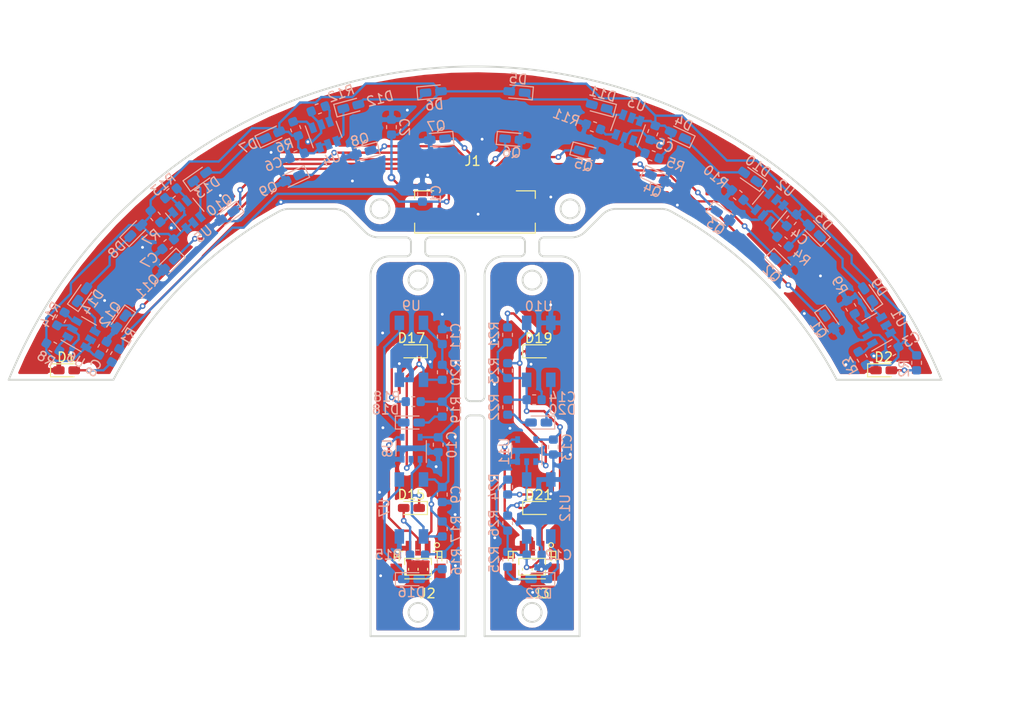
<source format=kicad_pcb>
(kicad_pcb (version 20211014) (generator pcbnew)
  (layers (0 "F.Cu" signal) (31 "B.Cu" signal) (34 "B.Paste" user) (35 "F.Paste" user) (36 "B.SilkS" user "B.Silkscreen") (37 "F.SilkS" user "F.Silkscreen") (38 "B.Mask" user) (39 "F.Mask" user) (44 "Edge.Cuts" user))
  (net 0 "")
  (net 1 "GND")
  (net 2 "+3V3")
  (net 3 "+5V")
  (net 4 "Net-(D1-Pad2)")
  (net 5 "Net-(D2-Pad2)")
  (net 6 "Net-(D3-Pad1)")
  (net 7 "Net-(D10-Pad2)")
  (net 8 "Net-(D11-Pad2)")
  (net 9 "Net-(D12-Pad2)")
  (net 10 "Net-(D13-Pad2)")
  (net 11 "Net-(D14-Pad2)")
  (net 12 "Net-(D9-Pad1)")
  (net 13 "Net-(D10-Pad1)")
  (net 14 "Net-(D11-Pad1)")
  (net 15 "Net-(D12-Pad1)")
  (net 16 "Net-(D13-Pad1)")
  (net 17 "Net-(D14-Pad1)")
  (net 18 "Net-(D15-Pad1)")
  (net 19 "Net-(D15-Pad2)")
  (net 20 "Net-(D16-Pad2)")
  (net 21 "Net-(D16-Pad1)")
  (net 22 "Net-(D17-Pad2)")
  (net 23 "Net-(D17-Pad1)")
  (net 24 "Net-(D18-Pad1)")
  (net 25 "Net-(D18-Pad2)")
  (net 26 "Net-(J1-Pad1)")
  (net 27 "Net-(J1-Pad2)")
  (net 28 "Net-(J1-Pad3)")
  (net 29 "Net-(J1-Pad4)")
  (net 30 "Net-(J1-Pad5)")
  (net 31 "Net-(J1-Pad6)")
  (net 32 "Net-(J1-Pad7)")
  (net 33 "Net-(J1-Pad12)")
  (net 34 "Net-(J1-Pad11)")
  (net 35 "Net-(J1-Pad8)")
  (net 36 "Net-(J1-Pad10)")
  (net 37 "Net-(J1-Pad9)")
  (net 38 "Net-(J2-Pad2)")
  (net 39 "Net-(J3-Pad2)")
  (net 40 "Net-(R3-Pad2)")
  (net 41 "Net-(R4-Pad2)")
  (net 42 "Net-(R5-Pad2)")
  (net 43 "Net-(R6-Pad2)")
  (net 44 "Net-(R7-Pad2)")
  (net 45 "Net-(R8-Pad2)")
  (net 46 "Net-(R9-Pad1)")
  (net 47 "Net-(R10-Pad1)")
  (net 48 "Net-(R11-Pad1)")
  (net 49 "Net-(R12-Pad1)")
  (net 50 "Net-(R13-Pad1)")
  (net 51 "Net-(R14-Pad1)")
  (net 52 "Net-(D19-Pad2)")
  (net 53 "Net-(D19-Pad1)")
  (net 54 "Net-(D20-Pad1)")
  (net 55 "Net-(D20-Pad2)")
  (net 56 "Net-(D21-Pad2)")
  (net 57 "Net-(D21-Pad1)")
  (net 58 "Net-(D22-Pad2)")
  (net 59 "Net-(D22-Pad1)")
  (footprint "mcr0:CN-FFC-SMT2(CN-FFC(0.5)16PD)" (layer "F.Cu") (at 149.74 79.5)
    (fp_text reference "J1")
    (fp_text value "line_sens")
  )
  (footprint "LED_SMD:LED_0603_1608Metric_Castellated" (layer "F.Cu") (at 193 99)
    (fp_text reference "D2")
    (fp_text value "LED")
  )
  (footprint "Connectors_JST:JST_SH_BM03B-SRSS-TB_03x1.00mm_Straight" (layer "F.Cu") (at 144 119 180)
    (fp_text reference "J2")
    (fp_text value "maker_outL")
  )
  (footprint "LED_SMD:LED_0603_1608Metric_Castellated" (layer "F.Cu") (at 107 99)
    (fp_text reference "D1")
    (fp_text value "LED")
  )
  (footprint "Connectors_JST:JST_SH_BM03B-SRSS-TB_03x1.00mm_Straight" (layer "F.Cu") (at 156 119 180)
    (fp_text reference "J3")
    (fp_text value "maker_outR")
  )
  (footprint "LED_SMD:LED_0603_1608Metric_Castellated" (layer "F.Cu") (at 156.7 113.5)
    (fp_text reference "D21")
    (fp_text value "LED")
  )
  (footprint "LED_SMD:LED_0603_1608Metric_Castellated" (layer "F.Cu") (at 156.7 97)
    (fp_text reference "D19")
    (fp_text value "LED")
  )
  (footprint "LED_SMD:LED_0603_1608Metric_Castellated" (layer "F.Cu") (at 143.3 97 180)
    (fp_text reference "D17")
    (fp_text value "LED")
  )
  (footprint "LED_SMD:LED_0603_1608Metric_Castellated" (layer "F.Cu") (at 143.3 113.5 180)
    (fp_text reference "D15")
    (fp_text value "LED")
  )
  (footprint "Capacitor_SMD:C_0603_1608Metric" (layer "B.Cu") (at 144.46 80.4475 90)
    (fp_text reference "C1")
    (fp_text value "0.1μ")
  )
  (footprint "Capacitor_SMD:C_0603_1608Metric" (layer "B.Cu") (at 141.2 73.3875 90)
    (fp_text reference "C2")
    (fp_text value "0.1μ")
  )
  (footprint "Capacitor_SMD:C_0603_1608Metric" (layer "B.Cu") (at 183.3 83.2 -130)
    (fp_text reference "C4")
    (fp_text value "0.1μ")
  )
  (footprint "Capacitor_SMD:C_0603_1608Metric" (layer "B.Cu") (at 168.705659 73.975 -110)
    (fp_text reference "C5")
    (fp_text value "0.1μ")
  )
  (footprint "Capacitor_SMD:C_0603_1608Metric" (layer "B.Cu") (at 156.2175 118.45)
    (fp_text reference "C12")
    (fp_text value "0.1μ")
  )
  (footprint "LED_SMD:LED_0603_1608Metric_Castellated" (layer "B.Cu") (at 114.291108 84.291108 45)
    (fp_text reference "D8")
    (fp_text value "LED")
  )
  (footprint "LED_SMD:LED_0603_1608Metric_Castellated" (layer "B.Cu") (at 178.96561 78.632822 145)
    (fp_text reference "D10")
    (fp_text value "LED")
  )
  (footprint "LED_SMD:LED_0603_1608Metric_Castellated" (layer "B.Cu") (at 163.070361 71.220746 165)
    (fp_text reference "D11")
    (fp_text value "LED")
  )
  (footprint "LED_SMD:LED_0603_1608Metric_Castellated" (layer "B.Cu") (at 136.929639 71.220746 15)
    (fp_text reference "D12")
    (fp_text value "LED")
  )
  (footprint "LED_SMD:LED_0603_1608Metric_Castellated" (layer "B.Cu") (at 121.03439 78.632822 35)
    (fp_text reference "D13")
    (fp_text value "LED")
  )
  (footprint "LED_SMD:LED_0603_1608Metric_Castellated" (layer "B.Cu") (at 187.271418 93.902273 -55)
    (fp_text reference "Q1")
    (fp_text value "PT")
  )
  (footprint "LED_SMD:LED_0603_1608Metric_Castellated" (layer "B.Cu") (at 182.173358 87.826642 -45)
    (fp_text reference "Q2")
    (fp_text value "PT")
  )
  (footprint "LED_SMD:LED_0603_1608Metric_Castellated" (layer "B.Cu") (at 176.097727 82.728582 -35)
    (fp_text reference "Q3")
    (fp_text value "PT")
  )
  (footprint "LED_SMD:LED_0603_1608Metric_Castellated" (layer "B.Cu") (at 169.22913 78.762996 -25)
    (fp_text reference "Q4")
    (fp_text value "PT")
  )
  (footprint "LED_SMD:LED_0603_1608Metric_Castellated" (layer "B.Cu") (at 161.776266 76.050375 -15)
    (fp_text reference "Q5")
    (fp_text value "PT")
  )
  (footprint "LED_SMD:LED_0603_1608Metric_Castellated" (layer "B.Cu") (at 153.965586 74.673142 -5)
    (fp_text reference "Q6")
    (fp_text value "PT")
  )
  (footprint "LED_SMD:LED_0603_1608Metric_Castellated" (layer "B.Cu") (at 146.034414 74.673142 -175)
    (fp_text reference "Q7")
    (fp_text value "PT")
  )
  (footprint "LED_SMD:LED_0603_1608Metric_Castellated" (layer "B.Cu") (at 138.223734 76.050375 -165)
    (fp_text reference "Q8")
    (fp_text value "PT")
  )
  (footprint "LED_SMD:LED_0603_1608Metric_Castellated" (layer "B.Cu") (at 123.902273 82.728582 -145)
    (fp_text reference "Q10")
    (fp_text value "PT")
  )
  (footprint "LED_SMD:LED_0603_1608Metric_Castellated" (layer "B.Cu") (at 117.826642 87.826642 -135)
    (fp_text reference "Q11")
    (fp_text value "PT")
  )
  (footprint "LED_SMD:LED_0603_1608Metric_Castellated" (layer "B.Cu") (at 112.728582 93.902273 -125)
    (fp_text reference "Q12")
    (fp_text value "PT")
  )
  (footprint "Resistor_SMD:R_0603_1608Metric" (layer "B.Cu") (at 196.47 98.2125 -90)
    (fp_text reference "R2")
    (fp_text value "R")
  )
  (footprint "Resistor_SMD:R_0603_1608Metric" (layer "B.Cu") (at 190.74375 97.731995 120)
    (fp_text reference "R3")
    (fp_text value "R")
  )
  (footprint "Resistor_SMD:R_0603_1608Metric" (layer "B.Cu") (at 182.4 85.45 140)
    (fp_text reference "R4")
    (fp_text value "R")
  )
  (footprint "Resistor_SMD:R_0603_1608Metric" (layer "B.Cu") (at 168.625 76.4 160)
    (fp_text reference "R5")
    (fp_text value "R")
  )
  (footprint "Resistor_SMD:R_0603_1608Metric" (layer "B.Cu") (at 131.119341 73.560008 110)
    (fp_text reference "R6")
    (fp_text value "R")
  )
  (footprint "Resistor_SMD:R_0603_1608Metric" (layer "B.Cu") (at 105.561995 96.54375 -30)
    (fp_text reference "R8")
    (fp_text value "R")
  )
  (footprint "Resistor_SMD:R_0603_1608Metric" (layer "B.Cu") (at 189.55625 92.368005 120)
    (fp_text reference "R9")
    (fp_text value "R")
  )
  (footprint "Resistor_SMD:R_0603_1608Metric" (layer "B.Cu") (at 177.64674 80.543805 140)
    (fp_text reference "R10")
    (fp_text value "R")
  )
  (footprint "Resistor_SMD:R_0603_1608Metric" (layer "B.Cu") (at 162.459992 73.35 160)
    (fp_text reference "R11")
    (fp_text value "R")
  )
  (footprint "Resistor_SMD:R_0603_1608Metric" (layer "B.Cu") (at 153.43 115.0925 90)
    (fp_text reference "R26")
    (fp_text value "10k")
  )
  (footprint "TO_SOT_Packages_SMD:SOT-23-6" (layer "B.Cu") (at 181.007066 81.857351 50)
    (fp_text reference "U2")
    (fp_text value "NJU6080")
  )
  (footprint "TO_SOT_Packages_SMD:SOT-23-6" (layer "B.Cu") (at 166.1 73.45 70)
    (fp_text reference "U3")
    (fp_text value "NJU6080")
  )
  (footprint "TO_SOT_Packages_SMD:SOT-23-6" (layer "B.Cu") (at 119.65 82.6 -50)
    (fp_text reference "U5")
    (fp_text value "NJU6080")
  )
  (footprint "TO_SOT_Packages_SMD:SOT-23-6" (layer "B.Cu") (at 108.57 95.19 -30)
    (fp_text reference "U6")
    (fp_text value "NJU6080")
  )
  (footprint "Package_SO:TSOP-5_1.65x3.05mm_P0.95mm" (layer "B.Cu") (at 155.43 107.46 90)
    (fp_text reference "U11")
    (fp_text value "TC7S32F")
  )
  (footprint "LED_SMD:LED_0603_1608Metric_Castellated" (layer "B.Cu") (at 154.401365 69.692168 175)
    (fp_text reference "D5")
    (fp_text value "LED")
  )
  (footprint "LED_SMD:LED_0603_1608Metric_Castellated" (layer "B.Cu") (at 185.708892 84.291108 135)
    (fp_text reference "D3")
    (fp_text value "LED")
  )
  (footprint "LED_SMD:LED_0603_1608Metric_Castellated" (layer "B.Cu") (at 145.598635 69.692168 5)
    (fp_text reference "D6")
    (fp_text value "LED")
  )
  (footprint "LED_SMD:LED_0603_1608Metric_Castellated" (layer "B.Cu") (at 171.342222 74.231457 155)
    (fp_text reference "D4")
    (fp_text value "LED")
  )
  (footprint "Capacitor_SMD:C_0603_1608Metric" (layer "B.Cu") (at 193.868005 96.94375 -150)
    (fp_text reference "C3")
    (fp_text value "0.1μ")
  )
  (footprint "TO_SOT_Packages_SMD:SOT-23-6" (layer "B.Cu") (at 192.297372 94.8 30)
    (fp_text reference "U1")
    (fp_text value "NJU6080")
  )
  (footprint "LED_SMD:LED_0603_1608Metric_Castellated" (layer "B.Cu") (at 108.632822 91.03439 55)
    (fp_text reference "D14")
    (fp_text value "LED")
  )
  (footprint "LED_SMD:LED_0603_1608Metric_Castellated" (layer "B.Cu") (at 191.367178 91.03439 125)
    (fp_text reference "D9")
    (fp_text value "LED")
  )
  (footprint "TO_SOT_Packages_SMD:SOT-23-6" (layer "B.Cu") (at 134.17107 74.171257 -70)
    (fp_text reference "U4")
    (fp_text value "NJU6080")
  )
  (footprint "Capacitor_SMD:C_0603_1608Metric" (layer "B.Cu") (at 131.269992 76.409341 -160)
    (fp_text reference "C6")
    (fp_text value "0.1μ")
  )
  (footprint "LED_SMD:LED_0603_1608Metric_Castellated" (layer "B.Cu") (at 143.3 121)
    (fp_text reference "D16")
    (fp_text value "LED")
  )
  (footprint "Capacitor_SMD:C_0603_1608Metric" (layer "B.Cu") (at 146.55 95.4525 90)
    (fp_text reference "C11")
    (fp_text value "0.1μ")
  )
  (footprint "Capacitor_SMD:C_0603_1608Metric" (layer "B.Cu") (at 146.55 112.0875 -90)
    (fp_text reference "C9")
    (fp_text value "0.1μ")
  )
  (footprint "mcr0:S7136" (layer "B.Cu") (at 143.3 97 180)
    (fp_text reference "U9")
    (fp_text value "S7136")
  )
  (footprint "mcr0:S7136" (layer "B.Cu") (at 143.3 113.5 180)
    (fp_text reference "U7")
    (fp_text value "S7136")
  )
  (footprint "Resistor_SMD:R_0603_1608Metric" (layer "B.Cu") (at 146.55 103.0925 -90)
    (fp_text reference "R19")
    (fp_text value "330")
  )
  (footprint "Resistor_SMD:R_0603_1608Metric" (layer "B.Cu") (at 146.54 119.16 -90)
    (fp_text reference "R16")
    (fp_text value "330")
  )
  (footprint "LED_SMD:LED_0603_1608Metric_Castellated" (layer "B.Cu") (at 156.7 104.5 180)
    (fp_text reference "D20")
    (fp_text value "LED")
  )
  (footprint "mcr0:S7136" (layer "B.Cu") (at 156.7 97)
    (fp_text reference "U10")
    (fp_text value "S7136")
  )
  (footprint "Capacitor_SMD:C_0603_1608Metric" (layer "B.Cu") (at 158.24 107.0825 90)
    (fp_text reference "C13")
    (fp_text value "0.1μ")
  )
  (footprint "Resistor_SMD:R_0603_1608Metric" (layer "B.Cu") (at 153.43 118.9125 -90)
    (fp_text reference "R25")
    (fp_text value "330")
  )
  (footprint "Resistor_SMD:R_0603_1608Metric" (layer "B.Cu") (at 153.43 102.8875 -90)
    (fp_text reference "R22")
    (fp_text value "330")
  )
  (footprint "LED_SMD:LED_0603_1608Metric_Castellated" (layer "B.Cu") (at 156.7 121 180)
    (fp_text reference "D22")
    (fp_text value "LED")
  )
  (footprint "Capacitor_SMD:C_0603_1608Metric" (layer "B.Cu") (at 156.2175 102.1)
    (fp_text reference "C14")
    (fp_text value "0.1μ")
  )
  (footprint "mcr0:S7136" (layer "B.Cu") (at 156.7 113.5)
    (fp_text reference "U12")
    (fp_text value "S7136")
  )
  (footprint "Resistor_SMD:R_0603_1608Metric" (layer "B.Cu") (at 143.95 118.45 180)
    (fp_text reference "R15")
    (fp_text value "1k")
  )
  (footprint "Resistor_SMD:R_0603_1608Metric" (layer "B.Cu") (at 146.55 99.2075 -90)
    (fp_text reference "R20")
    (fp_text value "10k")
  )
  (footprint "LED_SMD:LED_0603_1608Metric_Castellated" (layer "B.Cu") (at 143.3 104.5)
    (fp_text reference "D18")
    (fp_text value "LED")
  )
  (footprint "Package_SO:TSOP-5_1.65x3.05mm_P0.95mm" (layer "B.Cu") (at 143.27 107.21 90)
    (fp_text reference "U8")
    (fp_text value "TC7S32F")
  )
  (footprint "Capacitor_SMD:C_0603_1608Metric" (layer "B.Cu") (at 146.12 106.84 90)
    (fp_text reference "C10")
    (fp_text value "0.1μ")
  )
  (footprint "Resistor_SMD:R_0603_1608Metric" (layer "B.Cu") (at 143.49 102.3 180)
    (fp_text reference "R18")
    (fp_text value "1k")
  )
  (footprint "Resistor_SMD:R_0603_1608Metric" (layer "B.Cu") (at 146.55 115.7125 -90)
    (fp_text reference "R17")
    (fp_text value "10k")
  )
  (footprint "Resistor_SMD:R_0603_1608Metric" (layer "B.Cu") (at 106.40375 93.588005 -120)
    (fp_text reference "R14")
    (fp_text value "R")
  )
  (footprint "Capacitor_SMD:C_0603_1608Metric" (layer "B.Cu") (at 110.82625 96.681995 60)
    (fp_text reference "C8")
    (fp_text value "0.1μ")
  )
  (footprint "Resistor_SMD:R_0603_1608Metric" (layer "B.Cu") (at 112.15625 97.441995 -120)
    (fp_text reference "R1")
    (fp_text value "R")
  )
  (footprint "Resistor_SMD:R_0603_1608Metric" (layer "B.Cu") (at 117.99326 80.363805 -140)
    (fp_text reference "R13")
    (fp_text value "R")
  )
  (footprint "Capacitor_SMD:C_0603_1608Metric" (layer "B.Cu") (at 117.7 85.72 -140)
    (fp_text reference "C7")
    (fp_text value "0.1μ")
  )
  (footprint "LED_SMD:LED_0603_1608Metric_Castellated" (layer "B.Cu") (at 128.657778 74.231457 25)
    (fp_text reference "D7")
    (fp_text value "LED")
  )
  (footprint "LED_SMD:LED_0603_1608Metric_Castellated" (layer "B.Cu") (at 130.77087 78.762996 -155)
    (fp_text reference "Q9")
    (fp_text value "PT")
  )
  (footprint "Resistor_SMD:R_0603_1608Metric" (layer "B.Cu") (at 133.499992 71.459341 -160)
    (fp_text reference "R12")
    (fp_text value "R")
  )
  (footprint "Resistor_SMD:R_0603_1608Metric" (layer "B.Cu") (at 116.363805 82.78674 -50)
    (fp_text reference "R7")
    (fp_text value "R")
  )
  (footprint "Resistor_SMD:R_0603_1608Metric" (layer "B.Cu") (at 153.42 95.2725 90)
    (fp_text reference "R21")
    (fp_text value "1k")
  )
  (footprint "Resistor_SMD:R_0603_1608Metric" (layer "B.Cu") (at 153.42 99.0375 90)
    (fp_text reference "R23")
    (fp_text value "10k")
  )
  (footprint "Resistor_SMD:R_0603_1608Metric" (layer "B.Cu") (at 153.43 111.29 -90)
    (fp_text reference "R24")
    (fp_text value "1k")
  )
  (gr_line (start 151 89) (end 151 101.75) (layer "Edge.Cuts") (width 0.2))
  (gr_arc (start 135.171572 81.999999) (mid 135.936939 82.15224) (end 136.585786 82.585786) (layer "Edge.Cuts") (width 0.2))
  (gr_arc (start 145.25 87) (mid 144.896447 86.853553) (end 144.75 86.5) (layer "Edge.Cuts") (width 0.2))
  (gr_line (start 154.75 87) (end 153 87) (layer "Edge.Cuts") (width 0.2))
  (gr_line (start 139 127) (end 149 127) (layer "Edge.Cuts") (width 0.2))
  (gr_arc (start 150.5 103.75) (mid 150.853553 103.896447) (end 151 104.25) (layer "Edge.Cuts") (width 0.2))
  (gr_arc (start 129.421441 82.243902) (mid 129.884718 82.061934) (end 130.378583 82) (layer "Edge.Cuts") (width 0.2))
  (gr_arc (start 151 89) (mid 151.585786 87.585786) (end 153 87) (layer "Edge.Cuts") (width 0.2))
  (gr_line (start 188.065732 100) (end 199.081564 100) (layer "Edge.Cuts") (width 0.2))
  (gr_line (start 130.378583 82) (end 135.171572 82) (layer "Edge.Cuts") (width 0.2))
  (gr_arc (start 154.75 85) (mid 155.103553 85.146447) (end 155.25 85.5) (layer "Edge.Cuts") (width 0.2))
  (gr_line (start 136.585786 82.585786) (end 138.414213 84.414213) (layer "Edge.Cuts") (width 0.2))
  (gr_arc (start 151 101.75) (mid 150.853553 102.103553) (end 150.5 102.25) (layer "Edge.Cuts") (width 0.2))
  (gr_line (start 149 127) (end 149 104.25) (layer "Edge.Cuts") (width 0.2))
  (gr_arc (start 147 87) (mid 148.414214 87.585786) (end 149 89) (layer "Edge.Cuts") (width 0.2))
  (gr_circle (center 144 89.5) (end 145 89.5) (layer "Edge.Cuts") (width 0.2) (fill none))
  (gr_arc (start 100.918436 100.000001) (mid 150 67.000001) (end 199.081564 100) (layer "Edge.Cuts") (width 0.2))
  (gr_line (start 139 89) (end 139 127) (layer "Edge.Cuts") (width 0.2))
  (gr_arc (start 111.934267 100) (mid 119.36329 89.827297) (end 129.42144 82.243902) (layer "Edge.Cuts") (width 0.2))
  (gr_line (start 164.828427 82) (end 169.621416 82) (layer "Edge.Cuts") (width 0.2))
  (gr_circle (center 156 89.5) (end 157 89.5) (layer "Edge.Cuts") (width 0.2) (fill none))
  (gr_circle (center 160 82) (end 161 82) (layer "Edge.Cuts") (width 0.2) (fill none))
  (gr_line (start 150.5 102.25) (end 149.5 102.25) (layer "Edge.Cuts") (width 0.2))
  (gr_line (start 159 87) (end 157.25 87) (layer "Edge.Cuts") (width 0.2))
  (gr_arc (start 149.5 102.25) (mid 149.146447 102.103553) (end 149 101.75) (layer "Edge.Cuts") (width 0.2))
  (gr_line (start 149 101.75) (end 149 89) (layer "Edge.Cuts") (width 0.2))
  (gr_line (start 161 127) (end 161 89) (layer "Edge.Cuts") (width 0.2))
  (gr_arc (start 163.414213 82.585786) (mid 164.06306 82.15224) (end 164.828427 82) (layer "Edge.Cuts") (width 0.2))
  (gr_arc (start 157.25 87) (mid 156.896447 86.853553) (end 156.75 86.5) (layer "Edge.Cuts") (width 0.2))
  (gr_line (start 156.75 86.5) (end 156.75 85.5) (layer "Edge.Cuts") (width 0.2))
  (gr_arc (start 155.25 86.5) (mid 155.103553 86.853553) (end 154.75 87) (layer "Edge.Cuts") (width 0.2))
  (gr_line (start 151 127) (end 161 127) (layer "Edge.Cuts") (width 0.2))
  (gr_arc (start 149 104.25) (mid 149.146447 103.896447) (end 149.5 103.75) (layer "Edge.Cuts") (width 0.2))
  (gr_arc (start 170.578559 82.243903) (mid 180.636709 89.827297) (end 188.065732 100) (layer "Edge.Cuts") (width 0.2))
  (gr_arc (start 161.585786 84.414214) (mid 160.936939 84.84776) (end 160.171572 85) (layer "Edge.Cuts") (width 0.2))
  (gr_circle (center 144 124.5) (end 145 124.5) (layer "Edge.Cuts") (width 0.2) (fill none))
  (gr_line (start 142.75 87) (end 141 87) (layer "Edge.Cuts") (width 0.2))
  (gr_arc (start 156.75 85.5) (mid 156.896447 85.146447) (end 157.25 85) (layer "Edge.Cuts") (width 0.2))
  (gr_line (start 161.585786 84.414213) (end 163.414213 82.585786) (layer "Edge.Cuts") (width 0.2))
  (gr_line (start 100.918435 100) (end 111.934267 100) (layer "Edge.Cuts") (width 0.2))
  (gr_line (start 157.25 85) (end 160.171572 85) (layer "Edge.Cuts") (width 0.2))
  (gr_line (start 147 87) (end 145.25 87) (layer "Edge.Cuts") (width 0.2))
  (gr_line (start 145.25 85) (end 154.75 85) (layer "Edge.Cuts") (width 0.2))
  (gr_arc (start 142.75 85) (mid 143.103553 85.146447) (end 143.25 85.5) (layer "Edge.Cuts") (width 0.2))
  (gr_line (start 151 104.25) (end 151 127) (layer "Edge.Cuts") (width 0.2))
  (gr_arc (start 159 87) (mid 160.414214 87.585786) (end 161 89) (layer "Edge.Cuts") (width 0.2))
  (gr_arc (start 169.621416 81.999999) (mid 170.115281 82.061934) (end 170.578559 82.243902) (layer "Edge.Cuts") (width 0.2))
  (gr_line (start 149.5 103.75) (end 150.5 103.75) (layer "Edge.Cuts") (width 0.2))
  (gr_circle (center 156 124.5) (end 157 124.5) (layer "Edge.Cuts") (width 0.2) (fill none))
  (gr_arc (start 139.828426 85) (mid 139.063059 84.847759) (end 138.414213 84.414213) (layer "Edge.Cuts") (width 0.2))
  (gr_arc (start 143.25 86.5) (mid 143.103553 86.853553) (end 142.75 87) (layer "Edge.Cuts") (width 0.2))
  (gr_line (start 143.25 85.5) (end 143.25 86.5) (layer "Edge.Cuts") (width 0.2))
  (gr_circle (center 140 82) (end 141 82) (layer "Edge.Cuts") (width 0.2) (fill none))
  (gr_line (start 144.75 86.5) (end 144.75 85.5) (layer "Edge.Cuts") (width 0.2))
  (gr_line (start 155.25 85.5) (end 155.25 86.5) (layer "Edge.Cuts") (width 0.2))
  (gr_arc (start 139 89) (mid 139.585786 87.585786) (end 141 87) (layer "Edge.Cuts") (width 0.2))
  (gr_line (start 139.828427 85) (end 142.75 85) (layer "Edge.Cuts") (width 0.2))
  (gr_arc (start 144.75 85.5) (mid 144.896447 85.146447) (end 145.25 85) (layer "Edge.Cuts") (width 0.2))
  (segment (start 147.74 78.625) (end 147.555 78.44) (width 0.25) (layer "F.Cu") (net 1))
  (segment (start 147.74 79.5) (end 147.74 78.625) (width 0.25) (layer "F.Cu") (net 1))
  (segment (start 146.74 79.5) (end 146.74 80.56) (width 0.25) (layer "F.Cu") (net 1))
  (segment (start 146.74 80.56) (end 146.63 80.67) (width 0.25) (layer "F.Cu") (net 1))
  (segment (start 146.63 80.67) (end 146.06 80.67) (width 0.25) (layer "F.Cu") (net 1))
  (segment (start 145.01 78.44) (end 147.555 78.44) (width 0.25) (layer "F.Cu") (net 1))
  (segment (start 158.84 80.37) (end 159.01 80.37) (width 0.25) (layer "F.Cu") (net 1))
  (segment (start 146.28 81.02) (end 146.74 80.56) (width 0.25) (layer "F.Cu") (net 1))
  (segment (start 160.44 80.24) (end 160.96 80.24) (width 0.25) (layer "F.Cu") (net 1))
  (segment (start 158.62 80.37) (end 158.84 80.37) (width 0.25) (layer "F.Cu") (net 1))
  (segment (start 147.74 80.53) (end 148.18 80.97) (width 0.25) (layer "F.Cu") (net 1))
  (segment (start 146.37 82.35) (end 146.28 82.26) (width 0.25) (layer "F.Cu") (net 1))
  (segment (start 148.18 81.99) (end 147.82 82.35) (width 0.25) (layer "F.Cu") (net 1))
  (segment (start 160.96 80.24) (end 161.13 80.41) (width 0.25) (layer "F.Cu") (net 1))
  (segment (start 148.18 80.97) (end 148.18 81.99) (width 0.25) (layer "F.Cu") (net 1))
  (segment (start 158.84 80.37) (end 159.05 80.37) (width 0.25) (layer "F.Cu") (net 1))
  (segment (start 159.18 80.24) (end 160.44 80.24) (width 0.25) (layer "F.Cu") (net 1))
  (segment (start 159.05 80.37) (end 159.18 80.24) (width 0.25) (layer "F.Cu") (net 1))
  (segment (start 145.53 80.45) (end 145.03 80.45) (width 0.25) (layer "F.Cu") (net 1))
  (segment (start 147.82 82.35) (end 146.37 82.35) (width 0.25) (layer "F.Cu") (net 1))
  (segment (start 146.06 80.67) (end 145.75 80.67) (width 0.25) (layer "F.Cu") (net 1))
  (segment (start 114.34 94.05) (end 123.43 84.96) (width 0.25) (layer "F.Cu") (net 1))
  (segment (start 161.13 80.41) (end 161.44 80.41) (width 0.25) (layer "F.Cu") (net 1))
  (segment (start 147.74 79.5) (end 147.74 80.53) (width 0.25) (layer "F.Cu") (net 1))
  (segment (start 146.28 82.26) (end 146.28 81.02) (width 0.25) (layer "F.Cu") (net 1))
  (segment (start 145.75 80.67) (end 145.53 80.45) (width 0.25) (layer "F.Cu") (net 1))
  (via (at 141.83 118.13) (size 0.6) (drill 0.3) (layers "F.Cu" "B.Cu") (net 1))
  (via (at 152.01 95.85) (size 0.6) (drill 0.3) (layers "F.Cu" "B.Cu") (net 1))
  (via (at 160.01 107.88) (size 0.6) (drill 0.3) (layers "F.Cu" "B.Cu") (net 1))
  (via (at 147.93 119.58) (size 0.6) (drill 0.3) (layers "F.Cu" "B.Cu") (net 1))
  (via (at 150.32 82.56) (size 0.6) (drill 0.3) (layers "F.Cu" "B.Cu") (net 1))
  (via (at 137.09 79.06) (size 0.6) (drill 0.3) (layers "F.Cu" "B.Cu") (net 1))
  (via (at 128.53 76.05) (size 0.6) (drill 0.3) (layers "F.Cu" "B.Cu") (net 1))
  (via (at 140.27 95.07) (size 0.6) (drill 0.3) (layers "F.Cu" "B.Cu") (net 1))
  (via (at 155.89 98.36) (size 0.6) (drill 0.3) (layers "F.Cu" "B.Cu") (net 1))
  (via (at 147.97 98.18) (size 0.6) (drill 0.3) (layers "F.Cu" "B.Cu") (net 1))
  (via (at 147.9 106) (size 0.6) (drill 0.3) (layers "F.Cu" "B.Cu") (net 1))
  (via (at 156.98 119.94) (size 0.6) (drill 0.3) (layers "F.Cu" "B.Cu") (net 1))
  (via (at 153.67 105.11) (size 0.6) (drill 0.3) (layers "F.Cu" "B.Cu") (net 1))
  (via (at 142.03 98.3) (size 0.6) (drill 0.3) (layers "F.Cu" "B.Cu") (net 1))
  (via (at 184.65 93.02) (size 0.6) (drill 0.3) (layers "F.Cu" "B.Cu") (net 1))
  (via (at 157.96 92.11) (size 0.6) (drill 0.3) (layers "F.Cu" "B.Cu") (net 1))
  (via (at 145.01 78.44) (size 0.6) (drill 0.3) (layers "F.Cu" "B.Cu") (net 1))
  (via (at 132.4 74.94) (size 0.6) (drill 0.3) (layers "F.Cu" "B.Cu") (net 1))
  (via (at 169.6 75.09) (size 0.6) (drill 0.3) (layers "F.Cu" "B.Cu") (net 1))
  (via (at 129.56 81.28) (size 0.6) (drill 0.3) (layers "F.Cu" "B.Cu") (net 1))
  (via (at 157.97 112.01) (size 0.6) (drill 0.3) (layers "F.Cu" "B.Cu") (net 1))
  (via (at 145.27 98.1) (size 0.6) (drill 0.3) (layers "F.Cu" "B.Cu") (net 1))
  (via (at 142.87 71.6) (size 0.6) (drill 0.3) (layers "F.Cu" "B.Cu") (net 1))
  (via (at 156.06 122.39) (size 0.6) (drill 0.3) (layers "F.Cu" "B.Cu") (net 1))
  (via (at 150.74 74.66) (size 0.6) (drill 0.3) (layers "F.Cu" "B.Cu") (net 1))
  (via (at 145.9 109.15) (size 0.6) (drill 0.3) (layers "F.Cu" "B.Cu") (net 1))
  (via (at 152.07 116.64) (size 0.6) (drill 0.3) (layers "F.Cu" "B.Cu") (net 1))
  (via (at 140.06 120.64) (size 0.6) (drill 0.3) (layers "F.Cu" "B.Cu") (net 1))
  (via (at 147.9 114.2) (size 0.6) (drill 0.3) (layers "F.Cu" "B.Cu") (net 1))
  (via (at 139.95 111.85) (size 0.6) (drill 0.3) (layers "F.Cu" "B.Cu") (net 1))
  (via (at 140.3 105.05) (size 0.6) (drill 0.3) (layers "F.Cu" "B.Cu") (net 1))
  (via (at 189.03 98.4) (size 0.6) (drill 0.3) (layers "F.Cu" "B.Cu") (net 1))
  (via (at 152.04 100.48) (size 0.6) (drill 0.3) (layers "F.Cu" "B.Cu") (net 1))
  (via (at 191.97 97.49) (size 0.6) (drill 0.3) (layers "F.Cu" "B.Cu") (net 1))
  (via (at 107.46 97.13) (size 0.6) (drill 0.3) (layers "F.Cu" "B.Cu") (net 1))
  (via (at 152.03 110.29) (size 0.6) (drill 0.3) (layers "F.Cu" "B.Cu") (net 1))
  (via (at 146.55 93.1) (size 0.6) (drill 0.3) (layers "F.Cu" "B.Cu") (net 1))
  (via (at 118.03 84) (size 0.6) (drill 0.3) (layers "F.Cu" "B.Cu") (net 1))
  (via (at 115 86.05) (size 0.6) (drill 0.3) (layers "F.Cu" "B.Cu") (net 1))
  (via (at 171.29 81.6) (size 0.6) (drill 0.3) (layers "F.Cu" "B.Cu") (net 1))
  (via (at 157.97 80.75) (size 0.6) (drill 0.3) (layers "F.Cu" "B.Cu") (net 1))
  (via (at 111.01 91.65) (size 0.6) (drill 0.3) (layers "F.Cu" "B.Cu") (net 1))
  (via (at 186.35 89.06) (size 0.6) (drill 0.3) (layers "F.Cu" "B.Cu") (net 1))
  (via (at 123.19 80.59) (size 0.6) (drill 0.3) (layers "F.Cu" "B.Cu") (net 1))
  (segment (start 144.46 79.66) (end 144.46 78.99) (width 0.25) (layer "B.Cu") (net 1))
  (segment (start 112.262551 94.567834) (end 111.886685 94.191968) (width 0.25) (layer "B.Cu") (net 1))
  (segment (start 115.883284 89.77) (end 117.252118 88.401166) (width 0.25) (layer "B.Cu") (net 1))
  (segment (start 111.886685 93.113315) (end 115.23 89.77) (width 0.25) (layer "B.Cu") (net 1))
  (segment (start 115.23 89.77) (end 115.883284 89.77) (width 0.25) (layer "B.Cu") (net 1))
  (segment (start 144.46501 79.65499) (end 144.46 79.66) (width 0.25) (layer "B.Cu") (net 1))
  (segment (start 145.23 74.74895) (end 145.225006 74.743956) (width 0.25) (layer "B.Cu") (net 1))
  (segment (start 142.42 79.66) (end 144.46 79.66) (width 0.25) (layer "B.Cu") (net 1))
  (segment (start 162.561081 76.800657) (end 162.56 76.801738) (width 0.25) (layer "B.Cu") (net 1))
  (segment (start 162.561081 76.260665) (end 162.561081 76.800657) (width 0.25) (layer "B.Cu") (net 1))
  (segment (start 172.179132 81.32) (end 173.1 81.32) (width 0.25) (layer "B.Cu") (net 1))
  (segment (start 173.1 81.32) (end 175.350479 83.570479) (width 0.25) (layer "B.Cu") (net 1))
  (segment (start 122.726218 83.705107) (end 123.236712 83.194613) (width 0.25) (layer "B.Cu") (net 1))
  (segment (start 187.737449 94.567834) (end 188.113315 94.191968) (width 0.25) (layer "B.Cu") (net 1))
  (segment (start 188.113315 93.133315) (end 185.52 90.54) (width 0.25) (layer "B.Cu") (net 1))
  (segment (start 185.086716 90.54) (end 182.747882 88.201166) (width 0.25) (layer "B.Cu") (net 1))
  (segment (start 185.52 90.54) (end 185.086716 90.54) (width 0.25) (layer "B.Cu") (net 1))
  (segment (start 117.623348 88.772396) (end 118.117604 88.772396) (width 0.25) (layer "B.Cu") (net 1))
  (segment (start 154.774994 74.743956) (end 161.584364 74.743956) (width 0.25) (layer "B.Cu") (net 1))
  (segment (start 176.387422 83.570479) (end 176.763288 83.194613) (width 0.25) (layer "B.Cu") (net 1))
  (segment (start 162.561081 75.720673) (end 162.561081 76.260665) (width 0.25) (layer "B.Cu") (net 1))
  (segment (start 123.236712 83.194613) (end 123.332099 83.29) (width 0.25) (layer "B.Cu") (net 1))
  (segment (start 125.03 83.29) (end 125.1 83.22) (width 0.25) (layer "B.Cu") (net 1))
  (segment (start 123.332099 83.29) (end 125.03 83.29) (width 0.25) (layer "B.Cu") (net 1))
  (segment (start 117.252118 88.401166) (end 117.623348 88.772396) (width 0.25) (layer "B.Cu") (net 1))
  (segment (start 142.42 79.66) (end 137.57 79.66) (width 0.25) (layer "B.Cu") (net 1))
  (segment (start 145.225006 74.743956) (end 145.225006 74.144994) (width 0.25) (layer "B.Cu") (net 1))
  (segment (start 130.588122 79.66) (end 130.034495 79.106373) (width 0.25) (layer "B.Cu") (net 1))
  (segment (start 137.57 79.66) (end 137.24 79.66) (width 0.25) (layer "B.Cu") (net 1))
  (segment (start 137.438919 79.528919) (end 137.57 79.66) (width 0.25) (layer "B.Cu") (net 1))
  (segment (start 146.48 73.34) (end 153.371038 73.34) (width 0.25) (layer "B.Cu") (net 1))
  (segment (start 137.24 79.66) (end 137.307838 79.66) (width 0.25) (layer "B.Cu") (net 1))
  (segment (start 137.24 79.66) (end 130.588122 79.66) (width 0.25) (layer "B.Cu") (net 1))
  (segment (start 137.307838 79.66) (end 137.438919 79.528919) (width 0.25) (layer "B.Cu") (net 1))
  (segment (start 145.01 74.958962) (end 145.225006 74.743956) (width 0.25) (layer "B.Cu") (net 1))
  (segment (start 157.97 112.01) (end 157.97 110.5) (width 0.25) (layer "B.Cu") (net 1))
  (segment (start 156.72 100.95) (end 156.72 98.75) (width 0.25) (layer "B.Cu") (net 1))
  (segment (start 157.005 101.235) (end 156.72 100.95) (width 0.25) (layer "B.Cu") (net 1))
  (segment (start 107.617372 94.64) (end 108.28 95.302628) (width 0.25) (layer "B.Cu") (net 1))
  (segment (start 145.545 107.6275) (end 145.0475 107.13) (width 0.25) (layer "B.Cu") (net 1))
  (segment (start 107.617372 94.64) (end 107.247372 94.27) (width 0.25) (layer "B.Cu") (net 1))
  (segment (start 179.026908 83.146908) (end 179.056908 83.146908) (width 0.25) (layer "B.Cu") (net 1))
  (segment (start 176.763288 83.194613) (end 177.139154 82.818747) (width 0.25) (layer "B.Cu") (net 1))
  (segment (start 157.005 118.45) (end 157.005 117.625) (width 0.25) (layer "B.Cu") (net 1))
  (segment (start 106.14 94.4) (end 106.18 94.44) (width 0.25) (layer "B.Cu") (net 1))
  (segment (start 188.247943 95.307943) (end 188.75 95.81) (width 0.25) (layer "B.Cu") (net 1))
  (segment (start 166.45744 73.75) (end 165.723778 74.483662) (width 0.25) (layer "B.Cu") (net 1))
  (segment (start 180.746908 82.253092) (end 181.226908 82.253092) (width 0.25) (layer "B.Cu") (net 1))
  (segment (start 177.139154 82.710846) (end 177.46 82.39) (width 0.25) (layer "B.Cu") (net 1))
  (segment (start 107.95 96.07) (end 107.46 96.56) (width 0.25) (layer "B.Cu") (net 1))
  (segment (start 179.483092 83.146908) (end 179.173092 83.146908) (width 0.25) (layer "B.Cu") (net 1))
  (segment (start 165.54 75.25) (end 165.54 75.35) (width 0.25) (layer "B.Cu") (net 1))
  (segment (start 133.794848 73.137595) (end 133.794848 73.995152) (width 0.25) (layer "B.Cu") (net 1))
  (segment (start 146.12 107.6275) (end 145.545 107.6275) (width 0.25) (layer "B.Cu") (net 1))
  (segment (start 157.24 107.87) (end 156.82 107.45) (width 0.25) (layer "B.Cu") (net 1))
  (segment (start 191.97 97.49) (end 193.03351 97.49) (width 0.25) (layer "B.Cu") (net 1))
  (segment (start 132.759984 71.728682) (end 132.759984 72.102731) (width 0.25) (layer "B.Cu") (net 1))
  (segment (start 158.24 110.23) (end 157.97 110.5) (width 0.25) (layer "B.Cu") (net 1))
  (segment (start 190.338696 95.808696) (end 189.961304 95.808696) (width 0.25) (layer "B.Cu") (net 1))
  (segment (start 165.54 75.35) (end 165.21 75.68) (width 0.25) (layer "B.Cu") (net 1))
  (segment (start 156.67 117.32) (end 156.67 114.2) (width 0.25) (layer "B.Cu") (net 1))
  (segment (start 193.03351 97.49) (end 193.18601 97.3375) (width 0.25) (layer "B.Cu") (net 1))
  (segment (start 180.3 82.7) (end 179.853092 83.146908) (width 0.25) (layer "B.Cu") (net 1))
  (segment (start 179.853092 83.146908) (end 179.483092 83.146908) (width 0.25) (layer "B.Cu") (net 1))
  (segment (start 181.243637 82.253092) (end 181.226908 82.253092) (width 0.25) (layer "B.Cu") (net 1))
  (segment (start 157.97 97.5) (end 157.97 94) (width 0.25) (layer "B.Cu") (net 1))
  (segment (start 107.46 96.56) (end 107.46 97.13) (width 0.25) (layer "B.Cu") (net 1))
  (segment (start 188.75 95.81) (end 188.751304 95.808696) (width 0.25) (layer "B.Cu") (net 1))
  (segment (start 157.97 112.9) (end 157.97 112.01) (width 0.25) (layer "B.Cu") (net 1))
  (segment (start 193.18601 95.93601) (end 193.18601 97.3375) (width 0.25) (layer "B.Cu") (net 1))
  (segment (start 157.005 102.1) (end 157.005 101.235) (width 0.25) (layer "B.Cu") (net 1))
  (segment (start 108.28 95.302628) (end 108.28 95.74) (width 0.25) (layer "B.Cu") (net 1))
  (segment (start 192.54 95.29) (end 192.59 95.34) (width 0.25) (layer "B.Cu") (net 1))
  (segment (start 122.245 84.645) (end 122.245 84.045) (width 0.25) (layer "B.Cu") (net 1))
  (segment (start 187.737449 94.567834) (end 188.247943 95.078328) (width 0.25) (layer "B.Cu") (net 1))
  (segment (start 118.117604 88.772396) (end 122.245 84.645) (width 0.25) (layer "B.Cu") (net 1))
  (segment (start 142.32 107.77) (end 142.32 108.37) (width 0.25) (layer "B.Cu") (net 1))
  (segment (start 177.139154 82.818747) (end 177.139154 82.710846) (width 0.25) (layer "B.Cu") (net 1))
  (segment (start 180.3 82.7) (end 180.746908 82.253092) (width 0.25) (layer "B.Cu") (net 1))
  (segment (start 118.055583 80.87) (end 118.942934 81.757351) (width 0.25) (layer "B.Cu") (net 1))
  (segment (start 188.247943 95.078328) (end 188.247943 95.307943) (width 0.25) (layer "B.Cu") (net 1))
  (segment (start 191.344744 95.35) (end 190.886048 95.808696) (width 0.25) (layer "B.Cu") (net 1))
  (segment (start 191.404744 95.29) (end 192.54 95.29) (width 0.25) (layer "B.Cu") (net 1))
  (segment (start 188.751304 95.808696) (end 190.338696 95.808696) (width 0.25) (layer "B.Cu") (net 1))
  (segment (start 132.85 74.94) (end 132.4 74.94) (width 0.25) (layer "B.Cu") (net 1))
  (segment (start 142.96 107.13) (end 142.32 107.77) (width 0.25) (layer "B.Cu") (net 1))
  (segment (start 133.794848 73.995152) (end 132.85 74.94) (width 0.25) (layer "B.Cu") (net 1))
  (segment (start 156.7 117.32) (end 156.67 117.32) (width 0.25) (layer "B.Cu") (net 1))
  (segment (start 156.72 98.75) (end 157.97 97.5) (width 0.25) (layer "B.Cu") (net 1))
  (segment (start 108.28 95.74) (end 107.95 96.07) (width 0.25) (layer "B.Cu") (net 1))
  (segment (start 156.82 107.45) (end 155.44 107.45) (width 0.25) (layer "B.Cu") (net 1))
  (segment (start 179.056908 83.146908) (end 179.483092 83.146908) (width 0.25) (layer "B.Cu") (net 1))
  (segment (start 168.436318 74.715008) (end 167.47131 73.75) (width 0.25) (layer "B.Cu") (net 1))
  (segment (start 145.0475 107.13) (end 142.96 107.13) (width 0.25) (layer "B.Cu") (net 1))
  (segment (start 165.54 74.66744) (end 165.54 75.25) (width 0.25) (layer "B.Cu") (net 1))
  (segment (start 190.886048 95.808696) (end 190.338696 95.808696) (width 0.25) (layer "B.Cu") (net 1))
  (segment (start 157.005 117.625) (end 156.7 117.32) (width 0.25) (layer "B.Cu") (net 1))
  (segment (start 167.47131 73.75) (end 166.45744 73.75) (width 0.25) (layer "B.Cu") (net 1))
  (segment (start 107.247372 94.27) (end 106.01 94.27) (width 0.25) (layer "B.Cu") (net 1))
  (segment (start 158.24 107.87) (end 158.24 110.23) (width 0.25) (layer "B.Cu") (net 1))
  (segment (start 165.723778 74.483662) (end 165.54 74.66744) (width 0.25) (layer "B.Cu") (net 1))
  (segment (start 119.389842 82.204259) (end 119.389842 82.640158) (width 0.25) (layer "B.Cu") (net 1))
  (segment (start 117.39 80.87) (end 118.055583 80.87) (width 0.25) (layer "B.Cu") (net 1))
  (segment (start 158.24 107.87) (end 157.24 107.87) (width 0.25) (layer "B.Cu") (net 1))
  (segment (start 156.67 114.2) (end 157.97 112.9) (width 0.25) (layer "B.Cu") (net 1))
  (segment (start 182.793805 83.80326) (end 181.243637 82.253092) (width 0.25) (layer "B.Cu") (net 1))
  (segment (start 192.59 95.34) (end 193.18601 95.93601) (width 0.25) (layer "B.Cu") (net 1))
  (segment (start 178.27 82.39) (end 179.026908 83.146908) (width 0.25) (layer "B.Cu") (net 1))
  (segment (start 181.141166 88.401166) (end 177.46 84.72) (width 0.25) (layer "B.Cu") (net 1))
  (segment (start 118.942934 81.757351) (end 119.389842 82.204259) (width 0.25) (layer "B.Cu") (net 1))
  (segment (start 191.344744 95.35) (end 191.404744 95.29) (width 0.25) (layer "B.Cu") (net 1))
  (segment (start 119.389842 82.640158) (end 118.03 84) (width 0.25) (layer "B.Cu") (net 1))
  (segment (start 177.46 82.39) (end 178.27 82.39) (width 0.25) (layer "B.Cu") (net 1))
  (segment (start 142.03 100) (end 142.03 98.3) (width 0.25) (layer "B.Cu") (net 1))
  (segment (start 132.759984 72.102731) (end 133.794848 73.137595) (width 0.25) (layer "B.Cu") (net 1))
  (segment (start 147.24 81) (end 147 81.24) (width 0.25) (layer "F.Cu") (net 2))
  (segment (start 147.24 79.5) (end 147.24 81) (width 0.25) (layer "F.Cu") (net 2))
  (via (at 147 81.24) (size 0.6) (drill 0.3) (layers "F.Cu" "B.Cu") (net 2))
  (segment (start 112.940982 95.489018) (end 112.940982 96.369018) (width 0.25) (layer "B.Cu") (net 2))
  (segment (start 144.465 81.24) (end 144.46 81.235) (width 0.25) (layer "B.Cu") (net 2))
  (segment (start 147 81.24) (end 144.465 81.24) (width 0.25) (layer "B.Cu") (net 2))
  (segment (start 125.63 83.98) (end 124.45 83.98) (width 0.25) (layer "B.Cu") (net 2))
  (segment (start 129.19 80.42) (end 125.63 83.98) (width 0.25) (layer "B.Cu") (net 2))
  (segment (start 144.46 81.235) (end 141.985 81.235) (width 0.25) (layer "B.Cu") (net 2))
  (segment (start 141.985 81.235) (end 141.17 80.42) (width 0.25) (layer "B.Cu") (net 2))
  (segment (start 112.940982 96.369018) (end 112.55 96.76) (width 0.25) (layer "B.Cu") (net 2))
  (segment (start 124.45 83.98) (end 112.940982 95.489018) (width 0.25) (layer "B.Cu") (net 2))
  (segment (start 141.17 80.42) (end 129.19 80.42) (width 0.25) (layer "B.Cu") (net 2))
  (segment (start 146.24 79.5) (end 144.07 79.5) (width 0.25) (layer "F.Cu") (net 3))
  (segment (start 143.7 79.5) (end 141.99 79.5) (width 0.25) (layer "F.Cu") (net 3))
  (segment (start 141.99 79.5) (end 141.2 78.71) (width 0.25) (layer "F.Cu") (net 3))
  (segment (start 144.07 79.5) (end 143.7 79.5) (width 0.25) (layer "F.Cu") (net 3))
  (segment (start 158.94 112.11) (end 158.94 113.76) (width 0.25) (layer "F.Cu") (net 3))
  (segment (start 157 115.74) (end 157 115.7) (width 0.25) (layer "F.Cu") (net 3))
  (segment (start 157 118.7625) (end 156.0125 119.75) (width 0.25) (layer "F.Cu") (net 3))
  (segment (start 158.94 104.98) (end 158.94 112.11) (width 0.25) (layer "F.Cu") (net 3))
  (segment (start 157.26 103.3) (end 158.94 104.98) (width 0.25) (layer "F.Cu") (net 3))
  (segment (start 145.4 113.1) (end 145.4 115.95) (width 0.25) (layer "F.Cu") (net 3))
  (segment (start 157 115.7) (end 158.94 113.76) (width 0.25) (layer "F.Cu") (net 3))
  (segment (start 145.4 115.95) (end 145 116.35) (width 0.25) (layer "F.Cu") (net 3))
  (segment (start 155.43 103.3) (end 157.26 103.3) (width 0.25) (layer "F.Cu") (net 3))
  (segment (start 156.0125 119.75) (end 155.854264 119.75) (width 0.25) (layer "F.Cu") (net 3))
  (segment (start 145 116.35) (end 145 117.7375) (width 0.25) (layer "F.Cu") (net 3))
  (segment (start 155.854264 119.75) (end 155.43 119.75) (width 0.25) (layer "F.Cu") (net 3))
  (segment (start 157 117.7375) (end 157 118.7625) (width 0.25) (layer "F.Cu") (net 3))
  (segment (start 157 117.7375) (end 157 115.74) (width 0.25) (layer "F.Cu") (net 3))
  (via (at 145.4 113.1) (size 0.6) (drill 0.3) (layers "F.Cu" "B.Cu") (net 3))
  (via (at 141.2 78.71) (size 0.8) (drill 0.4) (layers "F.Cu" "B.Cu") (net 3))
  (via (at 155.43 103.3) (size 0.6) (drill 0.3) (layers "F.Cu" "B.Cu") (net 3))
  (via (at 155.43 119.75) (size 0.6) (drill 0.3) (layers "F.Cu" "B.Cu") (net 3))
  (via (at 158.94 104.98) (size 0.6) (drill 0.3) (layers "F.Cu" "B.Cu") (net 3))
  (segment (start 194.55 96.55) (end 194.55 97.58) (width 0.25) (layer "B.Cu") (net 3))
  (segment (start 155.43 100) (end 155.43 102.1) (width 0.25) (layer "B.Cu") (net 3))
  (segment (start 184.4 82.002935) (end 183.806195 82.59674) (width 0.25) (layer "B.Cu") (net 3))
  (segment (start 181.831227 81.014702) (end 182.441875 81.62535) (width 0.25) (layer "B.Cu") (net 3))
  (segment (start 119.94 77.01) (end 115.85761 81.09239) (width 0.25) (layer "B.Cu") (net 3))
  (segment (start 114.865632 83.716584) (end 113.583416 83.716584) (width 0.25) (layer "B.Cu") (net 3))
  (segment (start 154.393311 68.82) (end 160.78 68.82) (width 0.25) (layer "B.Cu") (net 3))
  (segment (start 147.62 115.995) (end 146.55 114.925) (width 0.25) (layer "B.Cu") (net 3))
  (segment (start 195.21 93.3) (end 189.63 87.72) (width 0.25) (layer "B.Cu") (net 3))
  (segment (start 141.2 78.71) (end 141.2 74.175) (width 0.25) (layer "B.Cu") (net 3))
  (segment (start 171.785 72.185) (end 171.225 72.185) (width 0.25) (layer "B.Cu") (net 3))
  (segment (start 126.522436 73.497564) (end 123.01 77.01) (width 0.25) (layer "B.Cu") (net 3))
  (segment (start 123.01 77.01) (end 119.94 77.01) (width 0.25) (layer "B.Cu") (net 3))
  (segment (start 115.85761 82.724606) (end 114.865632 83.716584) (width 0.25) (layer "B.Cu") (net 3))
  (segment (start 167.044011 72.416338) (end 167.36893 72.741257) (width 0.25) (layer "B.Cu") (net 3))
  (segment (start 146.55 111.3) (end 145.4 112.45) (width 0.25) (layer "B.Cu") (net 3))
  (segment (start 166.476222 72.416338) (end 167.044011 72.416338) (width 0.25) (layer "B.Cu") (net 3))
  (segment (start 131.57 70.8) (end 129.394153 72.975847) (width 0.25) (layer "B.Cu") (net 3))
  (segment (start 154.205 118.125) (end 153.43 118.125) (width 0.25) (layer "B.Cu") (net 3))
  (segment (start 144.2225 106.0525) (end 144.22 106.05) (width 0.25) (layer "B.Cu") (net 3))
  (segment (start 160.78 68.82) (end 161.7 68.82) (width 0.25) (layer "B.Cu") (net 3))
  (segment (start 115.789048 84.64) (end 114.865632 83.716584) (width 0.25) (layer "B.Cu") (net 3))
  (segment (start 104.88 96.15) (end 104.88 97) (width 0.25) (layer "B.Cu") (net 3))
  (segment (start 184.4 82.002935) (end 184.657065 82.002935) (width 0.25) (layer "B.Cu") (net 3))
  (segment (start 153.43 102.1) (end 155.43 102.1) (width 0.25) (layer "B.Cu") (net 3))
  (segment (start 167.15 70.36) (end 168.975 72.185) (width 0.25) (layer "B.Cu") (net 3))
  (segment (start 184.657065 82.002935) (end 184.695 81.965) (width 0.25) (layer "B.Cu") (net 3))
  (segment (start 194.55 96.55) (end 195.07 96.03) (width 0.25) (layer "B.Cu") (net 3))
  (segment (start 195.21 93.48) (end 195.21 93.3) (width 0.25) (layer "B.Cu") (net 3))
  (segment (start 109.848894 97.36399) (end 109.047628 96.562724) (width 0.25) (layer "B.Cu") (net 3))
  (segment (start 120.357066 83.442649) (end 120.239972 83.442649) (width 0.25) (layer "B.Cu") (net 3))
  (segment (start 155.43 118.45) (end 154.53 118.45) (width 0.25) (layer "B.Cu") (net 3))
  (segment (start 107.46 90.92) (end 105.04 93.34) (width 0.25) (layer "B.Cu") (net 3))
  (segment (start 113.583416 83.716584) (end 107.46 89.84) (width 0.25) (layer "B.Cu") (net 3))
  (segment (start 147.65 101.205) (end 147.65 99.52) (width 0.25) (layer "B.Cu") (net 3))
  (segment (start 155.43 118.45) (end 155.43 119.75) (width 0.25) (layer "B.Cu") (net 3))
  (segment (start 115.85761 82.18348) (end 115.85761 82.724606) (width 0.25) (layer "B.Cu") (net 3))
  (segment (start 181.714132 81.014702) (end 181.831227 81.014702) (width 0.25) (layer "B.Cu") (net 3))
  (segment (start 153.43 118.125) (end 153.43 115.88) (width 0.25) (layer "B.Cu") (net 3))
  (segment (start 168.975 73.234992) (end 169.952759 73.234992) (width 0.25) (layer "B.Cu") (net 3))
  (segment (start 145.75 110.5) (end 146.55 111.3) (width 0.25) (layer "B.Cu") (net 3))
  (segment (start 152.4 98.805) (end 152.4 97.08) (width 0.25) (layer "B.Cu") (net 3))
  (segment (start 185.134368 83.716584) (end 184.926039 83.716584) (width 0.25) (layer "B.Cu") (net 3))
  (segment (start 193.25 94.25) (end 193.25 94.597724) (width 0.25) (layer "B.Cu") (net 3))
  (segment (start 130.783198 74.300016) (end 130.371262 73.88808) (width 0.25) (layer "B.Cu") (net 3))
  (segment (start 144.815 118.3725) (end 144.7375 118.45) (width 0.25) (layer "B.Cu") (net 3))
  (segment (start 147.18 107.1125) (end 146.12 106.0525) (width 0.25) (layer "B.Cu") (net 3))
  (segment (start 183.00326 85.956195) (end 185.134368 83.825087) (width 0.25) (layer "B.Cu") (net 3))
  (segment (start 168.481265 72.741257) (end 168.975 73.234992) (width 0.25) (layer "B.Cu") (net 3))
  (segment (start 115.85761 81.09239) (end 115.85761 82.18348) (width 0.25) (layer "B.Cu") (net 3))
  (segment (start 119.629324 84.053297) (end 119.463768 84.053297) (width 0.25) (layer "B.Cu") (net 3))
  (segment (start 155.255 99.825) (end 155.43 100) (width 0.25) (layer "B.Cu") (net 3))
  (segment (start 153.42 99.825) (end 155.255 99.825) (width 0.25) (layer "B.Cu") (net 3))
  (segment (start 155.43 118.45) (end 155.43 116.5) (width 0.25) (layer "B.Cu") (net 3))
  (segment (start 146.54 118.3725) (end 147.62 117.2925) (width 0.25) (layer "B.Cu") (net 3))
  (segment (start 129.394153 73.88808) (end 129.003637 73.497564) (width 0.25) (layer "B.Cu") (net 3))
  (segment (start 146.55 111.3) (end 147.18 110.67) (width 0.25) (layer "B.Cu") (net 3))
  (segment (start 144.57 110.5) (end 145.75 110.5) (width 0.25) (layer "B.Cu") (net 3))
  (segment (start 145.602 95.292) (end 145.6 95.292) (width 0.25) (layer "B.Cu") (net 3))
  (segment (start 152.25 111.6825) (end 152.968388 110.964112) (width 0.25) (layer "B.Cu") (net 3))
  (segment (start 146.408043 69.621354) (end 145.586689 68.8) (width 0.25) (layer "B.Cu") (net 3))
  (segment (start 194.55 97.58) (end 193.71601 98.41399) (width 0.25) (layer "B.Cu") (net 3))
  (segment (start 183.413265 82.59674) (end 182.441875 81.62535) (width 0.25) (layer "B.Cu") (net 3))
  (segment (start 195.21 95.89) (end 195.39 96.07) (width 0.25) (layer "B.Cu") (net 3))
  (segment (start 145.4 113.1) (end 145.4 113.775) (width 0.25) (layer "B.Cu") (net 3))
  (segment (start 184.695 81.965) (end 184.4 81.67) (width 0.25) (layer "B.Cu") (net 3))
  (segment (start 195.21 95.89) (end 195.21 93.85) (width 0.25) (layer "B.Cu") (net 3))
  (segment (start 189.63 86.9) (end 184.695 81.965) (width 0.25) (layer "B.Cu") (net 3))
  (segment (start 168.975 72.185) (end 168.975 73.234992) (width 0.25) (layer "B.Cu") (net 3))
  (segment (start 158.94 105.595) (end 158.94 104.98) (width 0.25) (layer "B.Cu") (net 3))
  (segment (start 129.003637 73.497564) (end 126.522436 73.497564) (width 0.25) (layer "B.Cu") (net 3))
  (segment (start 133.81 70.22) (end 133.23 70.8) (width 0.25) (layer "B.Cu") (net 3))
  (segment (start 147.18 110.67) (end 147.18 107.1125) (width 0.25) (layer "B.Cu") (net 3))
  (segment (start 195.39 96.07) (end 195.11 96.07) (width 0.25) (layer "B.Cu") (net 3))
  (segment (start 189.63 87.72) (end 189.63 86.9) (width 0.25) (layer "B.Cu") (net 3))
  (segment (start 146.54 118.3725) (end 144.815 118.3725) (width 0.25) (layer "B.Cu") (net 3))
  (segment (start 131.388682 75.518682) (end 132.01 76.14) (width 0.25) (layer "B.Cu") (net 3))
  (segment (start 184.926039 83.716584) (end 183.806195 82.59674) (width 0.25) (layer "B.Cu") (net 3))
  (segment (start 146.55 96.24) (end 146.55 98.42) (width 0.25) (layer "B.Cu") (net 3))
  (segment (start 195.07 96.03) (end 195.21 95.89) (width 0.25) (layer "B.Cu") (net 3))
  (segment (start 141.2 74.175) (end 141.854397 74.175) (width 0.25) (layer "B.Cu") (net 3))
  (segment (start 146.55 96.24) (end 145.602 95.292) (width 0.25) (layer "B.Cu") (net 3))
  (segment (start 147.65 99.52) (end 146.55 98.42) (width 0.25) (layer "B.Cu") (net 3))
  (segment (start 107.46 89.84) (end 107.46 90.92) (width 0.25) (layer "B.Cu") (net 3))
  (segment (start 146.12 106.0525) (end 144.2225 106.0525) (width 0.25) (layer "B.Cu") (net 3))
  (segment (start 109.522628 96.087724) (end 109.047628 96.562724) (width 0.25) (layer "B.Cu") (net 3))
  (segment (start 196.47 97.425) (end 195.74 96.695) (width 0.25) (layer "B.Cu") (net 3))
  (segment (start 107.600352 98.01) (end 109.047628 96.562724) (width 0.25) (layer "B.Cu") (net 3))
  (segment (start 185.134368 83.825087) (end 185.134368 83.716584) (width 0.25) (layer "B.Cu") (net 3))
  (segment (start 131.388682 74.300016) (end 131.388682 75.518682) (width 0.25) (layer "B.Cu") (net 3))
  (segment (start 155.43 102.1) (end 155.43 103.3) (width 0.25) (layer "B.Cu") (net 3))
  (segment (start 152.25 114.7) (end 152.25 111.6825) (width 0.25) (layer "B.Cu") (net 3))
  (segment (start 158.24 106.295) (end 156.385 106.295) (width 0.25) (layer "B.Cu") (net 3))
  (segment (start 161.7 68.82) (end 163.24 70.36) (width 0.25) (layer "B.Cu") (net 3))
  (segment (start 120.239972 83.442649) (end 119.629324 84.053297) (width 0.25) (layer "B.Cu") (net 3))
  (segment (start 160.78 68.82) (end 161.29 68.82) (width 0.25) (layer "B.Cu") (net 3))
  (segment (start 144.2825 102.305) (end 144.2775 102.3) (width 0.25) (layer "B.Cu") (net 3))
  (segment (start 119.463768 84.053297) (end 118.30326 85.213805) (width 0.25) (layer "B.Cu") (net 3))
  (segment (start 193.25 94.597724) (end 193.725 95.072724) (width 0.25) (layer "B.Cu") (net 3))
  (segment (start 105.89 98.01) (end 107.600352 98.01) (width 0.25) (layer "B.Cu") (net 3))
  (segment (start 167.36893 72.741257) (end 168.481265 72.741257) (width 0.25) (layer "B.Cu") (net 3))
  (segment (start 195.74 96.695) (end 195.74 96.42) (width 0.25) (layer "B.Cu") (net 3))
  (segment (start 154.53 118.45) (end 154.205 118.125) (width 0.25) (layer "B.Cu") (net 3))
  (segment (start 171.225 72.185) (end 168.975 72.185) (width 0.25) (layer "B.Cu") (net 3))
  (segment (start 147.62 104.5525) (end 146.12 106.0525) (width 0.25) (layer "B.Cu") (net 3))
  (segment (start 138.5 68.8) (end 137.08 70.22) (width 0.25) (layer "B.Cu") (net 3))
  (segment (start 133.044422 76.14) (end 133.654584 75.529838) (width 0.25) (layer "B.Cu") (net 3))
  (segment (start 183.806195 82.59674) (end 183.413265 82.59674) (width 0.25) (layer "B.Cu") (net 3))
  (segment (start 141.854397 74.175) (end 146.408043 69.621354) (width 0.25) (layer "B.Cu") (net 3))
  (segment (start 146.55 102.305) (end 144.2825 102.305) (width 0.25) (layer "B.Cu") (net 3))
  (segment (start 110.4325 97.36399) (end 109.848894 97.36399) (width 0.25) (layer "B.Cu") (net 3))
  (segment (start 163.24 70.36) (end 167.15 70.36) (width 0.25) (layer "B.Cu") (net 3))
  (segment (start 133.979503 75.204919) (end 133.654584 75.529838) (width 0.25) (layer "B.Cu") (net 3))
  (segment (start 147.62 103.375) (end 147.62 104.5525) (width 0.25) (layer "B.Cu") (net 3))
  (segment (start 153.42 99.825) (end 152.4 98.805) (width 0.25) (layer "B.Cu") (net 3))
  (segment (start 153.591957 69.621354) (end 154.393311 68.82) (width 0.25) (layer "B.Cu") (net 3))
  (segment (start 130.371262 73.88808) (end 129.394153 73.88808) (width 0.25) (layer "B.Cu") (net 3))
  (segment (start 145.4 113.775) (end 146.55 114.925) (width 0.25) (layer "B.Cu") (net 3))
  (segment (start 129.394153 73.07362) (end 129.394153 73.88808) (width 0.25) (layer "B.Cu") (net 3))
  (segment (start 179.64 76.91) (end 176.51 76.91) (width 0.25) (layer "B.Cu") (net 3))
  (segment (start 170.605847 73.88808) (end 170.605847 75.428502) (width 0.25) (layer "B.Cu") (net 3))
  (segment (start 144.57 94.262) (end 145.6 95.292) (width 0.25) (layer "B.Cu") (net 3))
  (segment (start 104.88 97) (end 105.89 98.01) (width 0.25) (layer "B.Cu") (net 3))
  (segment (start 118.30326 85.213805) (end 117.729455 84.64) (width 0.25) (layer "B.Cu") (net 3))
  (segment (start 131.388682 74.300016) (end 130.783198 74.300016) (width 0.25) (layer "B.Cu") (net 3))
  (segment (start 169.952759 73.234992) (end 170.605847 73.88808) (width 0.25) (layer "B.Cu") (net 3))
  (segment (start 104.88 93.5) (end 105.04 93.34) (width 0.25) (layer "B.Cu") (net 3))
  (segment (start 158.24 106.295) (end 158.94 105.595) (width 0.25) (layer "B.Cu") (net 3))
  (segment (start 184.4 81.67) (end 179.64 76.91) (width 0.25) (layer "B.Cu") (net 3))
  (segment (start 195.21 93.85) (end 195.21 93.48) (width 0.25) (layer "B.Cu") (net 3))
  (segment (start 104.88 96.15) (end 104.88 93.5) (width 0.25) (layer "B.Cu") (net 3))
  (segment (start 145.4 112.45) (end 145.4 113.1) (width 0.25) (layer "B.Cu") (net 3))
  (segment (start 194.55 95.897724) (end 193.725 95.072724) (width 0.25) (layer "B.Cu") (net 3))
  (segment (start 170.605847 75.428502) (end 169.365008 76.669341) (width 0.25) (layer "B.Cu") (net 3))
  (segment (start 129.394153 72.975847) (end 129.394153 73.07362) (width 0.25) (layer "B.Cu") (net 3))
  (segment (start 109.522628 95.74) (end 109.522628 96.087724) (width 0.25) (layer "B.Cu") (net 3))
  (segment (start 145.586689 68.8) (end 138.5 68.8) (width 0.25) (layer "B.Cu") (net 3))
  (segment (start 152.4 97.08) (end 153.42 96.06) (width 0.25) (layer "B.Cu") (net 3))
  (segment (start 194.55 96.55) (end 194.55 95.897724) (width 0.25) (layer "B.Cu") (net 3))
  (segment (start 137.08 70.22) (end 133.81 70.22) (width 0.25) (layer "B.Cu") (net 3))
  (segment (start 195.11 96.07) (end 195.07 96.03) (width 0.25) (layer "B.Cu") (net 3))
  (segment (start 153.591957 69.621354) (end 152.877119 69.621354) (width 0.25) (layer "B.Cu") (net 3))
  (segment (start 144.57 94) (end 144.57 94.262) (width 0.25) (layer "B.Cu") (net 3))
  (segment (start 146.55 102.305) (end 147.65 101.205) (width 0.25) (layer "B.Cu") (net 3))
  (segment (start 195.74 96.42) (end 195.39 96.07) (width 0.25) (layer "B.Cu") (net 3))
  (segment (start 153.43 115.88) (end 152.25 114.7) (width 0.25) (layer "B.Cu") (net 3))
  (segment (start 146.55 102.305) (end 147.62 103.375) (width 0.25) (layer "B.Cu") (net 3))
  (segment (start 132.01 76.14) (end 133.044422 76.14) (width 0.25) (layer "B.Cu") (net 3))
  (segment (start 156.385 106.295) (end 156.38 106.3) (width 0.25) (layer "B.Cu") (net 3))
  (segment (start 184.4 81.67) (end 184.4 82.002935) (width 0.25) (layer "B.Cu") (net 3))
  (segment (start 152.877119 69.621354) (end 146.408043 69.621354) (width 0.25) (layer "B.Cu") (net 3))
  (segment (start 117.729455 84.64) (end 115.789048 84.64) (width 0.25) (layer "B.Cu") (net 3))
  (segment (start 134.547292 75.204919) (end 133.979503 75.204919) (width 0.25) (layer "B.Cu") (net 3))
  (segment (start 152.968388 110.964112) (end 153.43 110.5025) (width 0.25) (layer "B.Cu") (net 3))
  (segment (start 147.62 117.2925) (end 147.62 115.995) (width 0.25) (layer "B.Cu") (net 3))
  (segment (start 193.71601 98.41399) (end 191.1375 98.41399) (width 0.25) (layer "B.Cu") (net 3))
  (segment (start 176.51 76.91) (end 171.785 72.185) (width 0.25) (layer "B.Cu") (net 3))
  (segment (start 133.23 70.8) (end 131.57 70.8) (width 0.25) (layer "B.Cu") (net 3))
  (segment (start 109.58 99) (end 109.38 99) (width 0.25) (layer "F.Cu") (net 4))
  (segment (start 107.8125 99) (end 109.38 99) (width 0.25) (layer "F.Cu") (net 4))
  (via (at 109.38 99) (size 0.6) (drill 0.3) (layers "F.Cu" "B.Cu") (net 4))
  (segment (start 109.38 99) (end 110.88649 99) (width 0.25) (layer "B.Cu") (net 4))
  (segment (start 110.88649 99) (end 111.7625 98.12399) (width 0.25) (layer "B.Cu") (net 4))
  (segment (start 193.8125 99) (end 195.19 99) (width 0.25) (layer "F.Cu") (net 5))
  (via (at 195.19 99) (size 0.6) (drill 0.3) (layers "F.Cu" "B.Cu") (net 5))
  (segment (start 195.19 99) (end 196.47 99) (width 0.25) (layer "B.Cu") (net 5))
  (segment (start 188.68 88.147682) (end 188.68 87.262216) (width 0.25) (layer "B.Cu") (net 6))
  (segment (start 190.901147 90.368829) (end 188.68 88.147682) (width 0.25) (layer "B.Cu") (net 6))
  (segment (start 188.68 87.262216) (end 186.283416 84.865632) (width 0.25) (layer "B.Cu") (net 6))
  (segment (start 175.670554 78.166791) (end 172.078597 74.574834) (width 0.25) (layer "B.Cu") (net 7))
  (segment (start 178.26 78.15) (end 175.630505 78.15) (width 0.25) (layer "B.Cu") (net 7))
  (segment (start 161.745061 70.469971) (end 155.917762 70.469971) (width 0.25) (layer "B.Cu") (net 8))
  (segment (start 162.285546 71.010456) (end 161.745061 70.469971) (width 0.25) (layer "B.Cu") (net 8))
  (segment (start 155.917762 70.469971) (end 155.210773 69.762982) (width 0.25) (layer "B.Cu") (net 8))
  (segment (start 144.082238 70.469971) (end 144.789227 69.762982) (width 0.25) (layer "B.Cu") (net 9))
  (segment (start 137.714454 71.010456) (end 138.254939 70.469971) (width 0.25) (layer "B.Cu") (net 9))
  (segment (start 138.254939 70.469971) (end 144.082238 70.469971) (width 0.25) (layer "B.Cu") (net 9))
  (segment (start 121.699951 78.166791) (end 123.143209 78.166791) (width 0.25) (layer "B.Cu") (net 10))
  (segment (start 123.143209 78.166791) (end 126.735166 74.574834) (width 0.25) (layer "B.Cu") (net 10))
  (segment (start 126.735166 74.574834) (end 127.921403 74.574834) (width 0.25) (layer "B.Cu") (net 10))
  (segment (start 111.537682 87.044534) (end 113.716584 84.865632) (width 0.25) (layer "B.Cu") (net 11))
  (segment (start 111.537682 87.93) (end 111.537682 87.044534) (width 0.25) (layer "B.Cu") (net 11))
  (segment (start 109.098853 90.368829) (end 111.537682 87.93) (width 0.25) (layer "B.Cu") (net 11))
  (segment (start 191.833209 92.485485) (end 192.775 93.427276) (width 0.25) (layer "B.Cu") (net 12))
  (segment (start 191.833209 91.699951) (end 191.833209 92.485485) (width 0.25) (layer "B.Cu") (net 12))
  (segment (start 180.936372 80.404054) (end 179.631171 79.098853) (width 0.25) (layer "B.Cu") (net 13))
  (segment (start 180.98639 80.404054) (end 180.936372 80.404054) (width 0.25) (layer "B.Cu") (net 13))
  (segment (start 165.583514 72.091419) (end 164.515559 72.091419) (width 0.25) (layer "B.Cu") (net 14))
  (segment (start 164.515559 72.091419) (end 163.855176 71.431036) (width 0.25) (layer "B.Cu") (net 14))
  (segment (start 136.144824 74.175176) (end 136.144824 71.431036) (width 0.25) (layer "B.Cu") (net 15))
  (segment (start 135.44 74.88) (end 136.144824 74.175176) (width 0.25) (layer "B.Cu") (net 15))
  (segment (start 121.084809 82.832001) (end 121.084809 79.814833) (width 0.25) (layer "B.Cu") (net 16))
  (segment (start 121.084809 79.814833) (end 120.368829 79.098853) (width 0.25) (layer "B.Cu") (net 16))
  (segment (start 109.997628 93.530788) (end 109.997628 94.917276) (width 0.25) (layer "B.Cu") (net 17))
  (segment (start 108.166791 91.699951) (end 109.997628 93.530788) (width 0.25) (layer "B.Cu") (net 17))
  (segment (start 144.1125 113.5) (end 144.1125 112.1725) (width 0.25) (layer "F.Cu") (net 18))
  (segment (start 144.1125 112.1725) (end 144.11 112.17) (width 0.25) (layer "F.Cu") (net 18))
  (via (at 144.11 112.17) (size 0.6) (drill 0.3) (layers "F.Cu" "B.Cu") (net 18))
  (segment (start 143.5 112.17) (end 143.35 112.32) (width 0.25) (layer "B.Cu") (net 18))
  (segment (start 146.55 116.5) (end 144.57 116.5) (width 0.25) (layer "B.Cu") (net 18))
  (segment (start 144.22 108.37) (end 144.22 108.97) (width 0.25) (layer "B.Cu") (net 18))
  (segment (start 143.35 114.268) (end 144.57 115.488) (width 0.25) (layer "B.Cu") (net 18))
  (segment (start 143.35 112.03) (end 143.35 112.32) (width 0.25) (layer "B.Cu") (net 18))
  (segment (start 144.22 108.97) (end 143.35 109.84) (width 0.25) (layer "B.Cu") (net 18))
  (segment (start 143.35 112.32) (end 143.35 114.268) (width 0.25) (layer "B.Cu") (net 18))
  (segment (start 144.57 115.488) (end 144.57 116.5) (width 0.25) (layer "B.Cu") (net 18))
  (segment (start 144.11 112.17) (end 143.49 112.17) (width 0.25) (layer "B.Cu") (net 18))
  (segment (start 144.11 112.17) (end 143.5 112.17) (width 0.25) (layer "B.Cu") (net 18))
  (segment (start 143.49 112.17) (end 143.35 112.03) (width 0.25) (layer "B.Cu") (net 18))
  (segment (start 143.35 109.84) (end 143.35 112.03) (width 0.25) (layer "B.Cu") (net 18))
  (segment (start 142.49 113.5025) (end 142.4875 113.5) (width 0.25) (layer "F.Cu") (net 19))
  (segment (start 142.49 114.84) (end 142.49 113.5025) (width 0.25) (layer "F.Cu") (net 19))
  (via (at 142.49 114.84) (size 0.6) (drill 0.3) (layers "F.Cu" "B.Cu") (net 19))
  (segment (start 143.1625 118.45) (end 143.1625 115.5125) (width 0.25) (layer "B.Cu") (net 19))
  (segment (start 143.1625 115.5125) (end 142.49 114.84) (width 0.25) (layer "B.Cu") (net 19))
  (segment (start 146.54 119.9475) (end 145.8775 119.9475) (width 0.25) (layer "B.Cu") (net 20))
  (segment (start 145.8775 119.9475) (end 144.825 121) (width 0.25) (layer "B.Cu") (net 20))
  (segment (start 144.825 121) (end 144.1125 121) (width 0.25) (layer "B.Cu") (net 20))
  (segment (start 142.4875 121) (end 142.4875 120.1875) (width 0.25) (layer "B.Cu") (net 21))
  (segment (start 140.47 113.072) (end 142.03 111.512) (width 0.25) (layer "B.Cu") (net 21))
  (segment (start 142.03 111.512) (end 142.03 110.5) (width 0.25) (layer "B.Cu") (net 21))
  (segment (start 140.47 118.17) (end 140.47 113.072) (width 0.25) (layer "B.Cu") (net 21))
  (segment (start 142.4875 120.1875) (end 140.47 118.17) (width 0.25) (layer "B.Cu") (net 21))
  (segment (start 141.7 97) (end 141.23 97.47) (width 0.25) (layer "F.Cu") (net 22))
  (segment (start 141.23 97.47) (end 141.23 97.65) (width 0.25) (layer "F.Cu") (net 22))
  (segment (start 141.23 101.86) (end 141.23 97.65) (width 0.25) (layer "F.Cu") (net 22))
  (segment (start 142.4875 97) (end 141.7 97) (width 0.25) (layer "F.Cu") (net 22))
  (via (at 141.23 101.86) (size 0.6) (drill 0.3) (layers "F.Cu" "B.Cu") (net 22))
  (segment (start 141.67 102.3) (end 141.23 101.86) (width 0.25) (layer "B.Cu") (net 22))
  (segment (start 142.7025 102.3) (end 141.67 102.3) (width 0.25) (layer "B.Cu") (net 22))
  (segment (start 144.12 98.35) (end 144.12 97.0075) (width 0.25) (layer "F.Cu") (net 23))
  (segment (start 144.12 97.0075) (end 144.1125 97) (width 0.25) (layer "F.Cu") (net 23))
  (segment (start 142.81 109.29) (end 142.81 103.62) (width 0.25) (layer "F.Cu") (net 23))
  (segment (start 144.12 98.35) (end 142.81 99.66) (width 0.25) (layer "F.Cu") (net 23))
  (segment (start 142.81 99.66) (end 142.81 103.62) (width 0.25) (layer "F.Cu") (net 23))
  (via (at 142.81 109.29) (size 0.6) (drill 0.3) (layers "F.Cu" "B.Cu") (net 23))
  (via (at 144.12 98.35) (size 0.6) (drill 0.3) (layers "F.Cu" "B.Cu") (net 23))
  (segment (start 144.57 98.8) (end 144.12 98.35) (width 0.25) (layer "B.Cu") (net 23))
  (segment (start 143.27 108.37) (end 143.27 108.83) (width 0.25) (layer "B.Cu") (net 23))
  (segment (start 144.575 99.995) (end 144.57 100) (width 0.25) (layer "B.Cu") (net 23))
  (segment (start 146.55 99.995) (end 144.575 99.995) (width 0.25) (layer "B.Cu") (net 23))
  (segment (start 144.57 100) (end 144.57 98.8) (width 0.25) (layer "B.Cu") (net 23))
  (segment (start 143.27 108.83) (end 142.81 109.29) (width 0.25) (layer "B.Cu") (net 23))
  (segment (start 142.03 95.012) (end 142.03 94) (width 0.25) (layer "B.Cu") (net 24))
  (segment (start 140.45 103.175) (end 140.45 96.592) (width 0.25) (layer "B.Cu") (net 24))
  (segment (start 141.775 104.5) (end 140.45 103.175) (width 0.25) (layer "B.Cu") (net 24))
  (segment (start 140.45 96.592) (end 142.03 95.012) (width 0.25) (layer "B.Cu") (net 24))
  (segment (start 142.4875 104.5) (end 141.775 104.5) (width 0.25) (layer "B.Cu") (net 24))
  (segment (start 145.75 103.88) (end 145.13 104.5) (width 0.25) (layer "B.Cu") (net 25))
  (segment (start 144.1125 104.5) (end 145.13 104.5) (width 0.25) (layer "B.Cu") (net 25))
  (segment (start 146.55 103.88) (end 145.75 103.88) (width 0.25) (layer "B.Cu") (net 25))
  (segment (start 182.97 90.02) (end 174.98 82.03) (width 0.25) (layer "F.Cu") (net 26))
  (segment (start 170.56 79.5) (end 153.74 79.5) (width 0.25) (layer "F.Cu") (net 26))
  (segment (start 173.09 82.03) (end 170.56 79.5) (width 0.25) (layer "F.Cu") (net 26))
  (segment (start 174.98 82.03) (end 173.09 82.03) (width 0.25) (layer "F.Cu") (net 26))
  (via (at 182.97 90.02) (size 0.6) (drill 0.3) (layers "F.Cu" "B.Cu") (net 26))
  (segment (start 185.676218 92.726218) (end 185.37 92.42) (width 0.25) (layer "B.Cu") (net 26))
  (segment (start 182.97 90.02) (end 185.37 92.42) (width 0.25) (layer "B.Cu") (net 26))
  (segment (start 186.805387 93.236712) (end 186.294893 92.726218) (width 0.25) (layer "B.Cu") (net 26))
  (segment (start 186.294893 92.726218) (end 185.676218 92.726218) (width 0.25) (layer "B.Cu") (net 26))
  (segment (start 153.24 78.625) (end 153.24 79.5) (width 0.25) (layer "F.Cu") (net 27))
  (segment (start 175.756716 81.21) (end 173.27 81.21) (width 0.25) (layer "F.Cu") (net 27))
  (segment (start 178.366716 83.82) (end 175.756716 81.21) (width 0.25) (layer "F.Cu") (net 27))
  (segment (start 173.27 81.21) (end 170.53 78.47) (width 0.25) (layer "F.Cu") (net 27))
  (segment (start 153.395 78.47) (end 153.24 78.625) (width 0.25) (layer "F.Cu") (net 27))
  (segment (start 170.53 78.47) (end 153.395 78.47) (width 0.25) (layer "F.Cu") (net 27))
  (via (at 178.366716 83.82) (size 0.6) (drill 0.3) (layers "F.Cu" "B.Cu") (net 27))
  (segment (start 178.366716 83.82) (end 181.598834 87.052118) (width 0.25) (layer "B.Cu") (net 27))
  (segment (start 181.598834 87.052118) (end 181.598834 87.252118) (width 0.25) (layer "B.Cu") (net 27))
  (segment (start 152.74 79.5) (end 152.74 78.44) (width 0.25) (layer "F.Cu") (net 28))
  (segment (start 153.23 77.95) (end 171.12 77.95) (width 0.25) (layer "F.Cu") (net 28))
  (segment (start 171.17 78) (end 173.45 80.28) (width 0.25) (layer "F.Cu") (net 28))
  (segment (start 152.74 78.44) (end 153.23 77.95) (width 0.25) (layer "F.Cu") (net 28))
  (segment (start 171.12 77.95) (end 171.17 78) (width 0.25) (layer "F.Cu") (net 28))
  (via (at 173.45 80.28) (size 0.6) (drill 0.3) (layers "F.Cu" "B.Cu") (net 28))
  (segment (start 175.432166 82.262166) (end 175.432166 82.262551) (width 0.25) (layer "B.Cu") (net 28))
  (segment (start 173.45 80.28) (end 175.432166 82.262166) (width 0.25) (layer "B.Cu") (net 28))
  (segment (start 167.36 77.29) (end 153.2 77.29) (width 0.25) (layer "F.Cu") (net 29))
  (segment (start 152.24 78.25) (end 152.24 79.5) (width 0.25) (layer "F.Cu") (net 29))
  (segment (start 153.2 77.29) (end 152.24 78.25) (width 0.25) (layer "F.Cu") (net 29))
  (via (at 167.36 77.29) (size 0.6) (drill 0.3) (layers "F.Cu" "B.Cu") (net 29))
  (segment (start 167.36 77.29) (end 167.363136 77.29) (width 0.25) (layer "B.Cu") (net 29))
  (segment (start 167.363136 77.29) (end 168.492755 78.419619) (width 0.25) (layer "B.Cu") (net 29))
  (segment (start 158.77 76.54) (end 153.27 76.54) (width 0.25) (layer "F.Cu") (net 30))
  (segment (start 151.74 78.07) (end 151.74 79.5) (width 0.25) (layer "F.Cu") (net 30))
  (segment (start 153.27 76.54) (end 151.74 78.07) (width 0.25) (layer "F.Cu") (net 30))
  (via (at 158.77 76.54) (size 0.6) (drill 0.3) (layers "F.Cu" "B.Cu") (net 30))
  (segment (start 160.991451 75.840085) (end 159.469915 75.840085) (width 0.25) (layer "B.Cu") (net 30))
  (segment (start 159.469915 75.840085) (end 158.77 76.54) (width 0.25) (layer "B.Cu") (net 30))
  (segment (start 152.14 76.73) (end 151.24 77.63) (width 0.25) (layer "F.Cu") (net 31))
  (segment (start 151.24 77.63) (end 151.24 79.5) (width 0.25) (layer "F.Cu") (net 31))
  (via (at 152.14 76.73) (size 0.6) (drill 0.3) (layers "F.Cu" "B.Cu") (net 31))
  (segment (start 153.156178 75.713822) (end 152.14 76.73) (width 0.25) (layer "B.Cu") (net 31))
  (segment (start 153.156178 74.602328) (end 153.156178 75.713822) (width 0.25) (layer "B.Cu") (net 31))
  (segment (start 150.74 77.44) (end 150.74 79.5) (width 0.25) (layer "F.Cu") (net 32))
  (segment (start 148.89 75.59) (end 150.74 77.44) (width 0.25) (layer "F.Cu") (net 32))
  (via (at 148.89 75.59) (size 0.6) (drill 0.3) (layers "F.Cu" "B.Cu") (net 32))
  (segment (start 146.843822 74.602328) (end 147.902328 74.602328) (width 0.25) (layer "B.Cu") (net 32))
  (segment (start 147.902328 74.602328) (end 148.89 75.59) (width 0.25) (layer "B.Cu") (net 32))
  (segment (start 148.24 78.48) (end 147.53 77.77) (width 0.25) (layer "F.Cu") (net 33))
  (segment (start 129.28 77.97) (end 115.01 92.24) (width 0.25) (layer "F.Cu") (net 33))
  (segment (start 129.48 77.77) (end 129.28 77.97) (width 0.25) (layer "F.Cu") (net 33))
  (segment (start 148.24 79.5) (end 148.24 78.48) (width 0.25) (layer "F.Cu") (net 33))
  (segment (start 147.53 77.77) (end 129.48 77.77) (width 0.25) (layer "F.Cu") (net 33))
  (via (at 115.01 92.24) (size 0.6) (drill 0.3) (layers "F.Cu" "B.Cu") (net 33))
  (segment (start 113.194613 93.236712) (end 114.013288 93.236712) (width 0.25) (layer "B.Cu") (net 33))
  (segment (start 114.013288 93.236712) (end 115.01 92.24) (width 0.25) (layer "B.Cu") (net 33))
  (segment (start 148.74 78.32) (end 148.74 79.5) (width 0.25) (layer "F.Cu") (net 34))
  (segment (start 120.51 85.143284) (end 121.246716 85.143284) (width 0.25) (layer "F.Cu") (net 34))
  (segment (start 147.68 77.26) (end 148.74 78.32) (width 0.25) (layer "F.Cu") (net 34))
  (segment (start 121.246716 85.143284) (end 129.13 77.26) (width 0.25) (layer "F.Cu") (net 34))
  (segment (start 129.13 77.26) (end 147.68 77.26) (width 0.25) (layer "F.Cu") (net 34))
  (via (at 120.51 85.143284) (size 0.6) (drill 0.3) (layers "F.Cu" "B.Cu") (net 34))
  (segment (start 120.51 85.143284) (end 118.401166 87.252118) (width 0.25) (layer "B.Cu") (net 34))
  (segment (start 140.45 75.4) (end 147.77 75.4) (width 0.25) (layer "F.Cu") (net 35))
  (segment (start 150.24 77.87) (end 150.24 79.5) (width 0.25) (layer "F.Cu") (net 35))
  (segment (start 147.77 75.4) (end 150.24 77.87) (width 0.25) (layer "F.Cu") (net 35))
  (via (at 140.45 75.4) (size 0.6) (drill 0.3) (layers "F.Cu" "B.Cu") (net 35))
  (segment (start 139.008549 75.840085) (end 140.009915 75.840085) (width 0.25) (layer "B.Cu") (net 35))
  (segment (start 140.009915 75.840085) (end 140.45 75.4) (width 0.25) (layer "B.Cu") (net 35))
  (segment (start 128.5 76.78) (end 147.85 76.78) (width 0.25) (layer "F.Cu") (net 36))
  (segment (start 147.85 76.78) (end 149.24 78.17) (width 0.25) (layer "F.Cu") (net 36))
  (segment (start 149.24 78.17) (end 149.24 79.5) (width 0.25) (layer "F.Cu") (net 36))
  (segment (start 125.28 80) (end 128.5 76.78) (width 0.25) (layer "F.Cu") (net 36))
  (via (at 125.28 80) (size 0.6) (drill 0.3) (layers "F.Cu" "B.Cu") (net 36))
  (segment (start 125.28 80) (end 125.28 81.550385) (width 0.25) (layer "B.Cu") (net 36))
  (segment (start 125.28 81.550385) (end 124.567834 82.262551) (width 0.25) (layer "B.Cu") (net 36))
  (segment (start 149.74 78.02) (end 149.74 79.5) (width 0.25) (layer "F.Cu") (net 37))
  (segment (start 139.52 76.08) (end 135.17 76.08) (width 0.25) (layer "F.Cu") (net 37))
  (segment (start 148.21 76.49) (end 149.74 78.02) (width 0.25) (layer "F.Cu") (net 37))
  (segment (start 148.21 76.49) (end 147.8 76.08) (width 0.25) (layer "F.Cu") (net 37))
  (segment (start 147.8 76.08) (end 139.52 76.08) (width 0.25) (layer "F.Cu") (net 37))
  (via (at 135.17 76.08) (size 0.6) (drill 0.3) (layers "F.Cu" "B.Cu") (net 37))
  (segment (start 135.17 76.08) (end 132.830381 78.419619) (width 0.25) (layer "B.Cu") (net 37))
  (segment (start 132.830381 78.419619) (end 131.507245 78.419619) (width 0.25) (layer "B.Cu") (net 37))
  (segment (start 140.93 110.95) (end 140.93 106.88) (width 0.25) (layer "F.Cu") (net 38))
  (segment (start 143.1875 115.9) (end 142.3 115.9) (width 0.25) (layer "F.Cu") (net 38))
  (segment (start 144 116.7125) (end 143.1875 115.9) (width 0.25) (layer "F.Cu") (net 38))
  (segment (start 142.3 115.9) (end 140.93 114.53) (width 0.25) (layer "F.Cu") (net 38))
  (segment (start 140.93 114.53) (end 140.93 110.95) (width 0.25) (layer "F.Cu") (net 38))
  (segment (start 144 117.7375) (end 144 116.7125) (width 0.25) (layer "F.Cu") (net 38))
  (via (at 140.93 106.88) (size 0.6) (drill 0.3) (layers "F.Cu" "B.Cu") (net 38))
  (segment (start 141.76 106.05) (end 140.93 106.88) (width 0.25) (layer "B.Cu") (net 38))
  (segment (start 142.32 106.05) (end 141.76 106.05) (width 0.25) (layer "B.Cu") (net 38))
  (segment (start 153.12 112.73) (end 153.12 112.8) (width 0.25) (layer "F.Cu") (net 39))
  (segment (start 156 117.7375) (end 156 116.7125) (width 0.25) (layer "F.Cu") (net 39))
  (segment (start 153.12 113.8325) (end 153.12 112.73) (width 0.25) (layer "F.Cu") (net 39))
  (segment (start 156 116.7125) (end 153.12 113.8325) (width 0.25) (layer "F.Cu") (net 39))
  (segment (start 153.12 107.06) (end 153.12 112.73) (width 0.25) (layer "F.Cu") (net 39))
  (via (at 153.12 107.06) (size 0.6) (drill 0.3) (layers "F.Cu" "B.Cu") (net 39))
  (segment (start 153.88 106.3) (end 153.12 107.06) (width 0.25) (layer "B.Cu") (net 39))
  (segment (start 154.48 106.3) (end 153.88 106.3) (width 0.25) (layer "B.Cu") (net 39))
  (segment (start 190.942468 97.05) (end 191.819744 96.172724) (width 0.25) (layer "B.Cu") (net 40))
  (segment (start 190.35 97.05) (end 190.942468 97.05) (width 0.25) (layer "B.Cu") (net 40))
  (segment (start 181.027742 84.174807) (end 181.79674 84.943805) (width 0.25) (layer "B.Cu") (net 41))
  (segment (start 181.027742 83.310648) (end 181.027742 84.174807) (width 0.25) (layer "B.Cu") (net 41))
  (segment (start 166.616486 74.808581) (end 166.616486 74.862153) (width 0.25) (layer "B.Cu") (net 42))
  (segment (start 166.616486 74.862153) (end 167.884992 76.130659) (width 0.25) (layer "B.Cu") (net 42))
  (segment (start 130.85 72.82) (end 132.259626 72.82) (width 0.25) (layer "B.Cu") (net 43))
  (segment (start 132.259626 72.82) (end 132.90214 73.462514) (width 0.25) (layer "B.Cu") (net 43))
  (segment (start 116.87 83.39) (end 117.19319 83.39) (width 0.25) (layer "B.Cu") (net 44))
  (segment (start 117.19319 83.39) (end 118.215191 82.367999) (width 0.25) (layer "B.Cu") (net 44))
  (segment (start 106.24399 96.361106) (end 107.142372 95.462724) (width 0.25) (layer "B.Cu") (net 45))
  (segment (start 106.24399 96.9375) (end 106.24399 96.361106) (width 0.25) (layer "B.Cu") (net 45))
  (segment (start 189.95 93.607532) (end 190.869744 94.527276) (width 0.25) (layer "B.Cu") (net 46))
  (segment (start 189.95 93.05) (end 189.95 93.607532) (width 0.25) (layer "B.Cu") (net 46))
  (segment (start 179.289352 82.089352) (end 178.25 81.05) (width 0.25) (layer "B.Cu") (net 47))
  (segment (start 179.572257 82.089352) (end 179.289352 82.089352) (width 0.25) (layer "B.Cu") (net 47))
  (segment (start 163.739402 74.158743) (end 163.2 73.619341) (width 0.25) (layer "B.Cu") (net 48))
  (segment (start 164.83107 74.158743) (end 163.739402 74.158743) (width 0.25) (layer "B.Cu") (net 48))
  (segment (start 134.687556 71.637556) (end 134.24 71.19) (width 0.25) (layer "B.Cu") (net 49))
  (segment (start 134.687556 72.812676) (end 134.687556 71.637556) (width 0.25) (layer "B.Cu") (net 49))
  (segment (start 119.670676 80.931766) (end 118.59652 79.85761) (width 0.25) (layer "B.Cu") (net 50))
  (segment (start 119.670676 81.146703) (end 119.670676 80.931766) (width 0.25) (layer "B.Cu") (net 50))
  (segment (start 108.092372 93.817276) (end 107.708766 93.817276) (width 0.25) (layer "B.Cu") (net 51))
  (segment (start 107.708766 93.817276) (end 106.7975 92.90601) (width 0.25) (layer "B.Cu") (net 51))
  (segment (start 154.0475 93.01) (end 153.844264 93.01) (width 0.25) (layer "F.Cu") (net 52))
  (segment (start 157.5125 96.475) (end 154.0475 93.01) (width 0.25) (layer "F.Cu") (net 52))
  (segment (start 157.5125 97) (end 157.5125 96.475) (width 0.25) (layer "F.Cu") (net 52))
  (segment (start 153.844264 93.01) (end 153.42 93.01) (width 0.25) (layer "F.Cu") (net 52))
  (via (at 153.42 93.01) (size 0.6) (drill 0.3) (layers "F.Cu" "B.Cu") (net 52))
  (segment (start 153.42 94.485) (end 153.42 93.01) (width 0.25) (layer "B.Cu") (net 52))
  (segment (start 154.7 98.25) (end 154.7 104.22) (width 0.25) (layer "F.Cu") (net 53))
  (segment (start 155.12 97) (end 154.7 97.42) (width 0.25) (layer "F.Cu") (net 53))
  (segment (start 157.44 106.96) (end 157.44 108.57) (width 0.25) (layer "F.Cu") (net 53))
  (segment (start 155.8875 97) (end 155.12 97) (width 0.25) (layer "F.Cu") (net 53))
  (segment (start 157.44 108.57) (end 157.44 109.03) (width 0.25) (layer "F.Cu") (net 53))
  (segment (start 154.7 97.42) (end 154.7 98.25) (width 0.25) (layer "F.Cu") (net 53))
  (segment (start 154.7 104.22) (end 157.44 106.96) (width 0.25) (layer "F.Cu") (net 53))
  (via (at 154.7 98.25) (size 0.6) (drill 0.3) (layers "F.Cu" "B.Cu") (net 53))
  (via (at 157.44 109.03) (size 0.6) (drill 0.3) (layers "F.Cu" "B.Cu") (net 53))
  (segment (start 154.7 95.742) (end 154.7 98.25) (width 0.25) (layer "B.Cu") (net 53))
  (segment (start 154.7 98.25) (end 153.42 98.25) (width 0.25) (layer "B.Cu") (net 53))
  (segment (start 156.38 108.62) (end 157.03 108.62) (width 0.25) (layer "B.Cu") (net 53))
  (segment (start 155.43 95.012) (end 154.7 95.742) (width 0.25) (layer "B.Cu") (net 53))
  (segment (start 155.43 94.295) (end 155.43 94) (width 0.25) (layer "B.Cu") (net 53))
  (segment (start 157.03 108.62) (end 157.44 109.03) (width 0.25) (layer "B.Cu") (net 53))
  (segment (start 155.43 94) (end 155.43 95.012) (width 0.25) (layer "B.Cu") (net 53))
  (segment (start 157.5125 103.5475) (end 157.97 103.09) (width 0.25) (layer "B.Cu") (net 54))
  (segment (start 157.97 103.09) (end 157.97 100) (width 0.25) (layer "B.Cu") (net 54))
  (segment (start 157.5125 104.5) (end 157.5125 103.5475) (width 0.25) (layer "B.Cu") (net 54))
  (segment (start 153.43 103.675) (end 154.095 103.675) (width 0.25) (layer "B.Cu") (net 55))
  (segment (start 155.8875 104.5) (end 154.95 104.5) (width 0.25) (layer "B.Cu") (net 55))
  (segment (start 154.095 103.675) (end 154.92 104.5) (width 0.25) (layer "B.Cu") (net 55))
  (segment (start 154.92 104.5) (end 154.95 104.5) (width 0.25) (layer "B.Cu") (net 55))
  (segment (start 157.5125 113.5) (end 157.5125 112.975) (width 0.25) (layer "F.Cu") (net 56))
  (segment (start 157.5125 112.975) (end 156.6175 112.08) (width 0.25) (layer "F.Cu") (net 56))
  (segment (start 156.6175 112.08) (end 156.0925 112.08) (width 0.25) (layer "F.Cu") (net 56))
  (segment (start 156.0925 112.08) (end 154.68 112.08) (width 0.25) (layer "F.Cu") (net 56))
  (via (at 154.68 112.08) (size 0.6) (drill 0.3) (layers "F.Cu" "B.Cu") (net 56))
  (segment (start 153.4325 112.08) (end 153.43 112.0775) (width 0.25) (layer "B.Cu") (net 56))
  (segment (start 154.68 112.08) (end 153.4325 112.08) (width 0.25) (layer "B.Cu") (net 56))
  (segment (start 155.8875 113.5) (end 154.68 113.5) (width 0.25) (layer "F.Cu") (net 57))
  (segment (start 154.68 113.5) (end 154.4 113.22) (width 0.25) (layer "F.Cu") (net 57))
  (via (at 154.4 113.22) (size 0.6) (drill 0.3) (layers "F.Cu" "B.Cu") (net 57))
  (segment (start 155.43 110.5) (end 155.43 112.56) (width 0.25) (layer "B.Cu") (net 57))
  (segment (start 155.43 112.56) (end 155.069999 112.920001) (width 0.25) (layer "B.Cu") (net 57))
  (segment (start 153.43 114.305) (end 153.43 113.56) (width 0.25) (layer "B.Cu") (net 57))
  (segment (start 155.069999 112.920001) (end 154.699999 112.920001) (width 0.25) (layer "B.Cu") (net 57))
  (segment (start 154.699999 112.920001) (end 154.4 113.22) (width 0.25) (layer "B.Cu") (net 57))
  (segment (start 153.77 113.22) (end 154.4 113.22) (width 0.25) (layer "B.Cu") (net 57))
  (segment (start 153.43 113.56) (end 153.77 113.22) (width 0.25) (layer "B.Cu") (net 57))
  (segment (start 155.43 108.62) (end 155.43 110.5) (width 0.25) (layer "B.Cu") (net 57))
  (segment (start 155.8875 121) (end 154.1 121) (width 0.25) (layer "B.Cu") (net 58))
  (segment (start 153.43 120.33) (end 153.43 119.7) (width 0.25) (layer "B.Cu") (net 58))
  (segment (start 154.1 121) (end 153.43 120.33) (width 0.25) (layer "B.Cu") (net 58))
  (segment (start 158.7 119.8125) (end 158.7 118.242) (width 0.25) (layer "B.Cu") (net 59))
  (segment (start 158.7 118.242) (end 157.97 117.512) (width 0.25) (layer "B.Cu") (net 59))
  (segment (start 157.5125 121) (end 158.7 119.8125) (width 0.25) (layer "B.Cu") (net 59))
  (segment (start 157.97 117.512) (end 157.97 116.5) (width 0.25) (layer "B.Cu") (net 59))
  (zone (net 1) (net_name "GND") (layer "F.Cu") (connect_pads (clearance 0.508)) (min_thickness 0.254) (fill yes (thermal_gap 0.508) (thermal_bridge_width 0.508) (smoothing fillet))
    (polygon (pts (xy 100 130) (xy 200 130) (xy 200 60) (xy 100 60)))
  )
  (zone (net 0) (net_name "") (layers F&B.Cu) (connect_pads (clearance 0)) (min_thickness 0.254)
    (keepout (tracks allowed) (vias allowed) (pads allowed) (copperpour not_allowed) (footprints allowed))
    (fill (thermal_gap 0.508) (thermal_bridge_width 0.508))
    (polygon (pts (xy 154.6 87.6) (xy 157.3 87.6) (xy 157.3 84.4) (xy 154.6 84.4)))
  )
  (zone (net 0) (net_name "") (layers F&B.Cu) (connect_pads (clearance 0)) (min_thickness 0.254)
    (keepout (tracks allowed) (vias allowed) (pads allowed) (copperpour not_allowed) (footprints allowed))
    (fill (thermal_gap 0.508) (thermal_bridge_width 0.508))
    (polygon (pts (xy 148.4 101.4) (xy 148.4 104.9) (xy 151.6 104.9) (xy 151.6 101.4)))
  )
  (zone (net 0) (net_name "") (layer "F.Cu") (connect_pads (clearance 0)) (min_thickness 0.254)
    (keepout (tracks allowed) (vias allowed) (pads allowed) (copperpour not_allowed) (footprints allowed))
    (fill (thermal_gap 0.508) (thermal_bridge_width 0.508))
    (polygon (pts (xy 157.35 81.38) (xy 157.35 79.99) (xy 156.78 79.99) (xy 156.78 80.93)))
  )
  (zone (net 0) (net_name "") (layers F&B.Cu) (connect_pads (clearance 0)) (min_thickness 0.254)
    (keepout (tracks allowed) (vias allowed) (pads allowed) (copperpour not_allowed) (footprints allowed))
    (fill (thermal_gap 0.508) (thermal_bridge_width 0.508))
    (polygon (pts (xy 145.6 84.4) (xy 142.3 84.4) (xy 142.3 87.6) (xy 145.6 87.6)))
  )
  (zone (net 1) (net_name "GND") (layer "B.Cu") (connect_pads (clearance 0.508)) (min_thickness 0.254) (fill yes (thermal_gap 0.508) (thermal_bridge_width 0.508))
    (polygon (pts (xy 100 130) (xy 200 130) (xy 200 60) (xy 100 60)))
  )
  (zone (net 0) (net_name "") (layer "B.Cu") (connect_pads (clearance 0)) (min_thickness 0.254)
    (keepout (tracks allowed) (vias allowed) (pads allowed) (copperpour not_allowed) (footprints allowed))
    (fill (thermal_gap 0.508) (thermal_bridge_width 0.508))
    (polygon (pts (xy 152.44 100.01) (xy 152.44 102.05) (xy 153.09 101.4) (xy 153.09 100.65)))
  )
  (zone (net 0) (net_name "") (layer "B.Cu") (connect_pads (clearance 0)) (min_thickness 0.254)
    (keepout (tracks allowed) (vias allowed) (pads allowed) (copperpour not_allowed) (footprints allowed))
    (fill (thermal_gap 0.508) (thermal_bridge_width 0.508))
    (polygon (pts (xy 156.17 107.16) (xy 154.64 107.16) (xy 155.05 106.75) (xy 155.05 105.39) (xy 155.79 105.39) (xy 155.79 106.73)))
  )
  (zone (net 0) (net_name "") (layer "B.Cu") (connect_pads (clearance 0)) (min_thickness 0.254)
    (keepout (tracks allowed) (vias allowed) (pads allowed) (copperpour not_allowed) (footprints allowed))
    (fill (thermal_gap 0.508) (thermal_bridge_width 0.508))
    (polygon (pts (xy 108.24 95) (xy 108.67 95) (xy 108.67 95.47) (xy 108.24 95.47)))
  )
  (zone (net 0) (net_name "") (layer "B.Cu") (connect_pads (clearance 0)) (min_thickness 0.254)
    (keepout (tracks allowed) (vias allowed) (pads allowed) (copperpour not_allowed) (footprints allowed))
    (fill (thermal_gap 0.508) (thermal_bridge_width 0.508))
    (polygon (pts (xy 179.14 82.95) (xy 178.77 83.32) (xy 179.11 84.14) (xy 180.57 85.27) (xy 180.4 84.09)))
  )
  (zone (net 0) (net_name "") (layer "B.Cu") (connect_pads (clearance 0)) (min_thickness 0.254)
    (keepout (tracks allowed) (vias allowed) (pads allowed) (copperpour not_allowed) (footprints allowed))
    (fill (thermal_gap 0.508) (thermal_bridge_width 0.508))
    (polygon (pts (xy 142.53 106.91) (xy 144.04 106.91) (xy 144.04 106.64) (xy 143.58 106.18) (xy 143.58 105.32) (xy 143.01 105.32) (xy 143.01 106.21) (xy 142.53 106.69)))
  )
  (zone (net 0) (net_name "") (layer "B.Cu") (connect_pads (clearance 0)) (min_thickness 0.254)
    (keepout (tracks allowed) (vias allowed) (pads allowed) (copperpour not_allowed) (footprints allowed))
    (fill (thermal_gap 0.508) (thermal_bridge_width 0.508))
    (polygon (pts (xy 184.68 92.46) (xy 184.01 93.13) (xy 183.62 92.74) (xy 184.28 92.08)))
  )
  (zone (net 0) (net_name "") (layer "B.Cu") (connect_pads (clearance 0)) (min_thickness 0.254)
    (keepout (tracks allowed) (vias allowed) (pads allowed) (copperpour not_allowed) (footprints allowed))
    (fill (thermal_gap 0.508) (thermal_bridge_width 0.508))
    (polygon (pts (xy 157.06 110.25) (xy 156.29 110.25) (xy 156.29 109.35) (xy 156.95 109.35)))
  )
  (zone (net 0) (net_name "") (layer "B.Cu") (connect_pads (clearance 0)) (min_thickness 0.254)
    (keepout (tracks allowed) (vias allowed) (pads allowed) (copperpour not_allowed) (footprints allowed))
    (fill (thermal_gap 0.508) (thermal_bridge_width 0.508))
    (polygon (pts (xy 176.93 79.19) (xy 176.97 79.67) (xy 177.62 80) (xy 178.57 79.71) (xy 177.33 78.66)))
  )
  (zone (net 0) (net_name "") (layer "B.Cu") (connect_pads (clearance 0)) (min_thickness 0.254)
    (keepout (tracks allowed) (vias allowed) (pads allowed) (copperpour not_allowed) (footprints allowed))
    (fill (thermal_gap 0.508) (thermal_bridge_width 0.508))
    (polygon (pts (xy 142.86 100.26) (xy 143.71 100.26) (xy 143.71 101.51) (xy 142.87 101.51)))
  )
)
</source>
